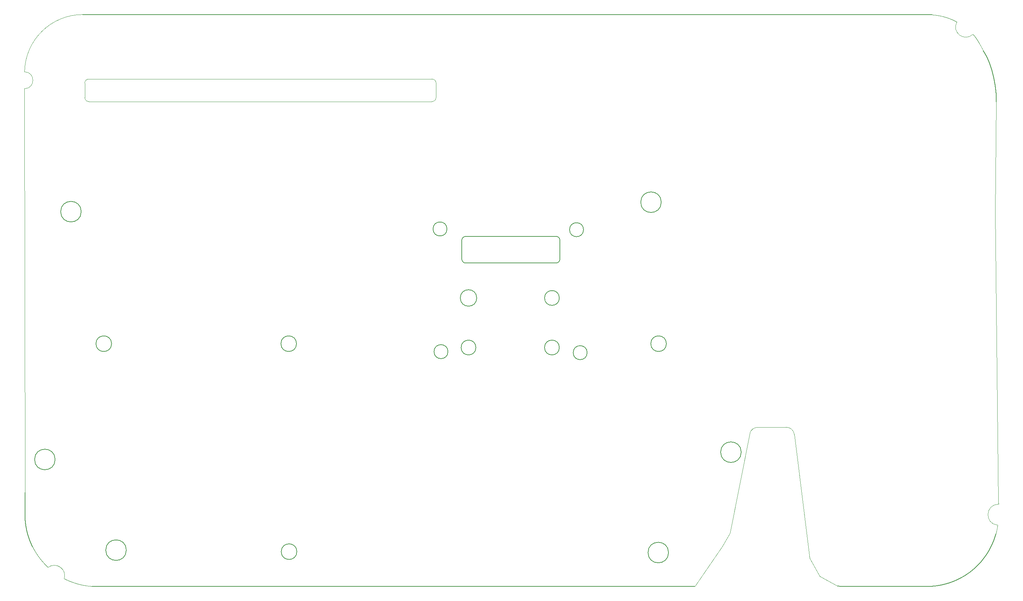
<source format=gbr>
%TF.GenerationSoftware,KiCad,Pcbnew,9.0.2*%
%TF.CreationDate,2025-12-28T14:46:50-05:00*%
%TF.ProjectId,Mothbox_5.0.4,4d6f7468-626f-4785-9f35-2e302e342e6b,5.0.4*%
%TF.SameCoordinates,Original*%
%TF.FileFunction,Profile,NP*%
%FSLAX46Y46*%
G04 Gerber Fmt 4.6, Leading zero omitted, Abs format (unit mm)*
G04 Created by KiCad (PCBNEW 9.0.2) date 2025-12-28 14:46:50*
%MOMM*%
%LPD*%
G01*
G04 APERTURE LIST*
%ADD10C,0.050000*%
%TA.AperFunction,Profile*%
%ADD11C,0.200000*%
%TD*%
%TA.AperFunction,Profile*%
%ADD12C,0.050000*%
%TD*%
%ADD13C,0.200000*%
G04 APERTURE END LIST*
D10*
X-63269181Y-56065672D02*
X-63251269Y-56074500D01*
X-63233354Y-56083307D01*
X-63215441Y-56092091D01*
X-63197526Y-56100853D01*
X-63179613Y-56109593D01*
X-63161697Y-56118311D01*
X-63143783Y-56127006D01*
X-63125867Y-56135680D01*
X-63107953Y-56144331D01*
X-63090037Y-56152960D01*
X-63072122Y-56161567D01*
X-63054205Y-56170153D01*
X-63036290Y-56178715D01*
X-63018372Y-56187257D01*
X-63000456Y-56195776D01*
X-62982538Y-56204273D01*
X-62964622Y-56212748D01*
X-62946703Y-56221201D01*
X-62928786Y-56229632D01*
X-62910866Y-56238042D01*
X-62892948Y-56246428D01*
X-62875028Y-56254794D01*
X-62857110Y-56263137D01*
X-62839189Y-56271459D01*
X-62821269Y-56279758D01*
X-62803348Y-56288037D01*
X-62785428Y-56296292D01*
X-62767505Y-56304527D01*
X-62749584Y-56312739D01*
X-62731661Y-56320930D01*
X-62713739Y-56329098D01*
X-62695815Y-56337245D01*
X-62677893Y-56345370D01*
X-62659968Y-56353474D01*
X-62642044Y-56361555D01*
X-62624118Y-56369616D01*
X-62606194Y-56377653D01*
X-62588267Y-56385670D01*
X-62570341Y-56393665D01*
X-62552413Y-56401638D01*
X-62534487Y-56409589D01*
X-62516558Y-56417520D01*
X-62498630Y-56425428D01*
X-62480700Y-56433315D01*
X-62462771Y-56441179D01*
X-62444840Y-56449023D01*
X-62426910Y-56456844D01*
X-62408978Y-56464645D01*
X-62391047Y-56472423D01*
X-62373114Y-56480181D01*
X-62355181Y-56487916D01*
X-62337247Y-56495631D01*
X-62319313Y-56503323D01*
X-62301378Y-56510994D01*
X-62283443Y-56518644D01*
X-62265506Y-56526272D01*
X-62247570Y-56533879D01*
X-62229631Y-56541464D01*
X-62211694Y-56549028D01*
X-62193754Y-56556571D01*
X-62175815Y-56564091D01*
X-62157874Y-56571591D01*
X-62139934Y-56579069D01*
X-62121991Y-56586526D01*
X-62104050Y-56593962D01*
X-62086105Y-56601376D01*
X-62068162Y-56608769D01*
X-62050217Y-56616140D01*
X-62032272Y-56623490D01*
X-62014325Y-56630820D01*
X-61996379Y-56638127D01*
X-61978430Y-56645414D01*
X-61960482Y-56652678D01*
X-61942532Y-56659923D01*
X-61924583Y-56667145D01*
X-61906631Y-56674347D01*
X-61888680Y-56681526D01*
X-61870726Y-56688686D01*
X-61852773Y-56695823D01*
X-61834818Y-56702940D01*
X-61816864Y-56710035D01*
X-61798907Y-56717110D01*
X-61780950Y-56724163D01*
X-61762992Y-56731195D01*
X-61745033Y-56738206D01*
X-61727073Y-56745196D01*
X-61709113Y-56752164D01*
X-61691150Y-56759112D01*
X-61673188Y-56766038D01*
X-61655224Y-56772944D01*
X-61637260Y-56779828D01*
X-61619294Y-56786692D01*
X-61601328Y-56793534D01*
X-61583360Y-56800355D01*
X-61565392Y-56807155D01*
X-61547422Y-56813935D01*
X-61529452Y-56820693D01*
X-61511480Y-56827430D01*
X-61493508Y-56834146D01*
X-61475534Y-56840842D01*
X-61457560Y-56847516D01*
X-61439583Y-56854170D01*
X-61421607Y-56860802D01*
X-61403629Y-56867414D01*
X-61385650Y-56874004D01*
X-61367669Y-56880575D01*
X-61349689Y-56887123D01*
X-61331706Y-56893652D01*
X-61313723Y-56900159D01*
X-61295738Y-56906645D01*
X-61277752Y-56913110D01*
X-61259765Y-56919555D01*
X-61241777Y-56925979D01*
X-61223787Y-56932382D01*
X-61205798Y-56938764D01*
X-61187805Y-56945126D01*
X-61169813Y-56951466D01*
X-61151818Y-56957786D01*
X-61133823Y-56964085D01*
X-61115826Y-56970364D01*
X-61097829Y-56976621D01*
X-61079829Y-56982858D01*
X-61061830Y-56989074D01*
X-61043827Y-56995270D01*
X-61025825Y-57001444D01*
X-61007820Y-57007599D01*
X-60989815Y-57013732D01*
X-60971808Y-57019844D01*
X-60953800Y-57025936D01*
X-60935790Y-57032008D01*
X-60917780Y-57038058D01*
X-60899767Y-57044088D01*
X-60881754Y-57050098D01*
X-60863739Y-57056087D01*
X-60845723Y-57062055D01*
X-60827705Y-57068002D01*
X-60809686Y-57073929D01*
X-60791665Y-57079836D01*
X-60773643Y-57085721D01*
X-60755620Y-57091587D01*
X-60737595Y-57097431D01*
X-60719568Y-57103255D01*
X-60701541Y-57109059D01*
X-60683512Y-57114842D01*
X-60665481Y-57120604D01*
X-60647449Y-57126346D01*
X-60629415Y-57132068D01*
X-60611380Y-57137769D01*
X-60593343Y-57143449D01*
X-60575305Y-57149109D01*
X-60557265Y-57154748D01*
X-60539224Y-57160368D01*
X-60521181Y-57165966D01*
X-60503136Y-57171544D01*
X-60485090Y-57177102D01*
X-60467042Y-57182639D01*
X-60448994Y-57188156D01*
X-60430942Y-57193652D01*
X-60412890Y-57199128D01*
X-60394836Y-57204584D01*
X-60376780Y-57210019D01*
X-60358722Y-57215434D01*
X-60340664Y-57220828D01*
X-60322603Y-57226202D01*
X-60304540Y-57231556D01*
X-60286476Y-57236889D01*
X-60268410Y-57242202D01*
X-60250343Y-57247495D01*
X-60232274Y-57252767D01*
X-60214202Y-57258019D01*
X-60196130Y-57263251D01*
X-60178055Y-57268462D01*
X-60159979Y-57273653D01*
X-60141901Y-57278824D01*
X-60123821Y-57283974D01*
X-60105739Y-57289104D01*
X-60087656Y-57294214D01*
X-60069571Y-57299304D01*
X-60051484Y-57304373D01*
X-60033395Y-57309422D01*
X-60015304Y-57314451D01*
X-59997211Y-57319460D01*
X-59979117Y-57324448D01*
X-59961020Y-57329416D01*
X-59942922Y-57334364D01*
X-59924822Y-57339292D01*
X-59906720Y-57344199D01*
X-59888616Y-57349086D01*
X-59870510Y-57353953D01*
X-59852402Y-57358800D01*
X-59834292Y-57363627D01*
X-59816181Y-57368434D01*
X-59798067Y-57373220D01*
X-59779951Y-57377986D01*
X-59761834Y-57382732D01*
X-59743714Y-57387458D01*
X-59725592Y-57392164D01*
X-59707468Y-57396850D01*
X-59689343Y-57401515D01*
X-59671215Y-57406161D01*
X-59653085Y-57410786D01*
X-59634953Y-57415391D01*
X-59616819Y-57419976D01*
X-59598683Y-57424541D01*
X-59580545Y-57429086D01*
X-59562404Y-57433611D01*
X-59544262Y-57438115D01*
X-59526117Y-57442600D01*
X-59507971Y-57447064D01*
X-59489822Y-57451509D01*
X-59471671Y-57455933D01*
X-59453517Y-57460338D01*
X-59435362Y-57464722D01*
X-59417204Y-57469086D01*
X-59399045Y-57473430D01*
X-59380883Y-57477754D01*
X-59362719Y-57482059D01*
X-59344552Y-57486343D01*
X-59326383Y-57490607D01*
X-59308213Y-57494851D01*
X-59290039Y-57499075D01*
X-59271864Y-57503279D01*
X-59253686Y-57507463D01*
X-59235506Y-57511627D01*
X-59217324Y-57515771D01*
X-59199139Y-57519896D01*
X-59180952Y-57524000D01*
X-59162763Y-57528084D01*
X-59144571Y-57532148D01*
X-59126377Y-57536192D01*
X-59108180Y-57540217D01*
X-59089981Y-57544221D01*
X-59071780Y-57548205D01*
X-59053577Y-57552170D01*
X-59035370Y-57556114D01*
X-59017162Y-57560039D01*
X-58998951Y-57563943D01*
X-58980738Y-57567828D01*
X-58962522Y-57571693D01*
X-58944303Y-57575538D01*
X-58926083Y-57579363D01*
X-58907859Y-57583168D01*
X-58889633Y-57586953D01*
X-58871405Y-57590718D01*
X-58853174Y-57594463D01*
X-58834941Y-57598189D01*
X-58816705Y-57601894D01*
X-58798467Y-57605580D01*
X-58780225Y-57609246D01*
X-58761982Y-57612892D01*
X-58743736Y-57616518D01*
X-58725487Y-57620124D01*
X-58707235Y-57623710D01*
X-58688981Y-57627276D01*
X-58670724Y-57630823D01*
X-58652465Y-57634350D01*
X-58634203Y-57637856D01*
X-58615939Y-57641343D01*
X-58579401Y-57648258D01*
X-58542853Y-57655093D01*
X-58506294Y-57661848D01*
X-58469724Y-57668525D01*
X-58433142Y-57675122D01*
X-58396550Y-57681640D01*
X-58359946Y-57688078D01*
X-58323331Y-57694438D01*
X-58286705Y-57700718D01*
X-58250067Y-57706919D01*
X-58213417Y-57713041D01*
X-58176756Y-57719083D01*
X-58140083Y-57725047D01*
X-58103398Y-57730931D01*
X-58066701Y-57736736D01*
X-58029992Y-57742463D01*
X-57993271Y-57748110D01*
X-57956538Y-57753678D01*
X-57919792Y-57759167D01*
X-57883034Y-57764577D01*
X-57846263Y-57769908D01*
X-57809480Y-57775160D01*
X-57772684Y-57780333D01*
X-57735875Y-57785427D01*
X-57699054Y-57790442D01*
X-57662219Y-57795378D01*
X-57625372Y-57800236D01*
X-57588511Y-57805014D01*
X-57551637Y-57809713D01*
X-57514749Y-57814333D01*
X-57477849Y-57818875D01*
X-57440934Y-57823337D01*
X-57404006Y-57827721D01*
X-57367065Y-57832025D01*
X-57330109Y-57836251D01*
X-57293140Y-57840398D01*
X-57256156Y-57844465D01*
X-57219159Y-57848454D01*
X-57182147Y-57852364D01*
X-57145122Y-57856195D01*
X-57108081Y-57859947D01*
X-57071027Y-57863620D01*
X-57033958Y-57867215D01*
X-56996874Y-57870730D01*
X-56959775Y-57874166D01*
X-56922662Y-57877523D01*
X-56885533Y-57880802D01*
X-56848390Y-57884001D01*
X-56811232Y-57887121D01*
X-56774058Y-57890163D01*
X-56736869Y-57893125D01*
X-56699665Y-57896008D01*
X-56662445Y-57898813D01*
X-56625210Y-57901538D01*
X-56587959Y-57904184D01*
X-56552537Y-57906626D01*
D11*
X82000000Y35484329D02*
G75*
G02*
X77000000Y35484329I-2500000J0D01*
G01*
X77000000Y35484329D02*
G75*
G02*
X82000000Y35484329I2500000J0D01*
G01*
D10*
X157806404Y76290409D02*
X157814803Y76283826D01*
X157823296Y76277068D01*
X157831883Y76270133D01*
X157840565Y76263018D01*
X157849344Y76255721D01*
X157858220Y76248238D01*
X157867194Y76240568D01*
X157876267Y76232708D01*
X157885441Y76224655D01*
X157894716Y76216407D01*
X157904093Y76207960D01*
X157913573Y76199313D01*
X157923157Y76190463D01*
X157932847Y76181406D01*
X157942643Y76172141D01*
X157952546Y76162664D01*
X157962557Y76152973D01*
X157972677Y76143065D01*
X157982907Y76132937D01*
X157993249Y76122586D01*
X158003703Y76112010D01*
X158014270Y76101206D01*
X158024951Y76090170D01*
X158035747Y76078900D01*
X158046660Y76067393D01*
X158057689Y76055646D01*
X158068837Y76043657D01*
X158080105Y76031422D01*
X158091492Y76018938D01*
X158103001Y76006202D01*
X158114632Y75993212D01*
X158126386Y75979964D01*
X158138265Y75966455D01*
X158150269Y75952683D01*
X158162400Y75938643D01*
X158174658Y75924335D01*
X158187044Y75909753D01*
X158199560Y75894895D01*
X158212206Y75879758D01*
X158224984Y75864340D01*
X158237894Y75848636D01*
X158250938Y75832643D01*
X158264116Y75816359D01*
X158277431Y75799780D01*
X158290881Y75782904D01*
X158304470Y75765727D01*
X158318197Y75748245D01*
X158332063Y75730456D01*
X158346071Y75712356D01*
X158360220Y75693943D01*
X158374512Y75675213D01*
X158388948Y75656162D01*
X158403529Y75636788D01*
X158418256Y75617087D01*
X158433129Y75597057D01*
X158448150Y75576693D01*
X158463321Y75555993D01*
X158478641Y75534953D01*
X158494112Y75513570D01*
X158509735Y75491841D01*
X158525511Y75469762D01*
X158541441Y75447331D01*
X158557525Y75424543D01*
X158573766Y75401396D01*
X158590164Y75377886D01*
X158606719Y75354010D01*
X158623434Y75329765D01*
X158640308Y75305148D01*
X158657343Y75280154D01*
X158674540Y75254782D01*
X158691900Y75229027D01*
X158709424Y75202886D01*
X158727112Y75176356D01*
X158744966Y75149434D01*
X158762987Y75122116D01*
X158781175Y75094399D01*
X158799532Y75066280D01*
X158818059Y75037756D01*
X158836755Y75008823D01*
X158855623Y74979477D01*
X158874663Y74949717D01*
X158893877Y74919537D01*
X158913264Y74888936D01*
X158932827Y74857910D01*
X158952565Y74826456D01*
X158972480Y74794570D01*
X158992572Y74762249D01*
X159012844Y74729490D01*
X159033294Y74696290D01*
X159053925Y74662645D01*
X159074737Y74628553D01*
X159095731Y74594009D01*
X159116908Y74559011D01*
X159138269Y74523556D01*
X159159814Y74487640D01*
X159181545Y74451259D01*
X159203463Y74414412D01*
X159225568Y74377094D01*
X159247861Y74339302D01*
X159270344Y74301032D01*
X159293016Y74262282D01*
X159315881Y74223047D01*
X159338937Y74183325D01*
X159362187Y74143111D01*
X159385631Y74102402D01*
X159409272Y74061193D01*
X159433109Y74019482D01*
X159457145Y73977264D01*
X159481381Y73934534D01*
X159505819Y73891287D01*
X159530460Y73847519D01*
X159555307Y73803225D01*
X159580362Y73758398D01*
X159605627Y73713032D01*
X159631106Y73667120D01*
X159656801Y73620655D01*
X159682718Y73573627D01*
X159708860Y73526027D01*
X159735232Y73477842D01*
X159761842Y73429060D01*
X159788697Y73379664D01*
X159815806Y73329636D01*
X159843180Y73278954D01*
X159870833Y73227590D01*
X159898782Y73175511D01*
X159927049Y73122674D01*
X159955661Y73069027D01*
X159984654Y73014500D01*
X160014073Y72959004D01*
X160043984Y72902417D01*
X160074474Y72844569D01*
X160105671Y72785215D01*
X160137769Y72723982D01*
X160171083Y72660269D01*
X160206176Y72592991D01*
X160244233Y72519876D01*
X160288640Y72434422D01*
X160301927Y72408838D01*
X160334733Y72345682D01*
X160364815Y72287849D01*
D12*
X124868737Y-57831144D02*
X120550000Y-55465671D01*
D11*
X125413400Y-57906741D02*
X147777495Y-57906741D01*
D12*
X163214815Y32937849D02*
X163529459Y59881783D01*
X112380121Y-19221729D02*
G75*
G02*
X114379257Y-21041579I7279J-1999971D01*
G01*
X-67211700Y-53307301D02*
G75*
G02*
X-63269181Y-56065672I1515500J-2030599D01*
G01*
D11*
X-72820174Y-35068721D02*
X-72820174Y-38018721D01*
X-56550845Y-57906741D02*
X-56552537Y-57906626D01*
X163529459Y60962793D02*
X163529459Y59902494D01*
X-51755269Y1078492D02*
G75*
G02*
X-55555269Y1078492I-1900000J0D01*
G01*
X-55555269Y1078492D02*
G75*
G02*
X-51755269Y1078492I1900000J0D01*
G01*
X147779187Y-57906626D02*
X147777495Y-57906741D01*
X17563325Y81114780D02*
X-55484670Y81114780D01*
X147793001Y-57905683D02*
X147779187Y-57906626D01*
X83244731Y1078492D02*
G75*
G02*
X79444731Y1078492I-1900000J0D01*
G01*
X79444731Y1078492D02*
G75*
G02*
X83244731Y1078492I1900000J0D01*
G01*
D12*
X157806404Y76290409D02*
G75*
G02*
X153929225Y79274929I-1706404J1793891D01*
G01*
X105458006Y-19263877D02*
X112380121Y-19221729D01*
D11*
X-6670000Y-49485671D02*
G75*
G02*
X-10470000Y-49485671I-1900000J0D01*
G01*
X-10470000Y-49485671D02*
G75*
G02*
X-6670000Y-49485671I1900000J0D01*
G01*
D12*
X90154800Y-57906741D02*
X96900000Y-48165671D01*
D11*
X-48170000Y-49115671D02*
G75*
G02*
X-53170000Y-49115671I-2500000J0D01*
G01*
X-53170000Y-49115671D02*
G75*
G02*
X-48170000Y-49115671I2500000J0D01*
G01*
X125413400Y-57906741D02*
G75*
G02*
X124868740Y-57831135I0J1999641D01*
G01*
D12*
X120550000Y-55465671D02*
X118100000Y-51115671D01*
D13*
X-72631265Y-43057375D02*
X-72634274Y-43037024D01*
X-72637260Y-43016691D01*
X-72640201Y-42996526D01*
X-72643119Y-42976377D01*
X-72645994Y-42956388D01*
X-72648847Y-42936413D01*
X-72651657Y-42916589D01*
X-72654446Y-42896779D01*
X-72657194Y-42877112D01*
X-72659920Y-42857457D01*
X-72662607Y-42837938D01*
X-72665272Y-42818430D01*
X-72667899Y-42799051D01*
X-72670505Y-42779681D01*
X-72673074Y-42760433D01*
X-72675621Y-42741194D01*
X-72678133Y-42722070D01*
X-72680624Y-42702953D01*
X-72683081Y-42683947D01*
X-72685516Y-42664946D01*
X-72687918Y-42646049D01*
X-72690299Y-42627157D01*
X-72692647Y-42608363D01*
X-72694974Y-42589573D01*
X-72697270Y-42570876D01*
X-72699546Y-42552181D01*
X-72701790Y-42533575D01*
X-72704014Y-42514969D01*
X-72706208Y-42496447D01*
X-72708382Y-42477924D01*
X-72710526Y-42459481D01*
X-72712650Y-42441036D01*
X-72714745Y-42422666D01*
X-72716821Y-42404293D01*
X-72718868Y-42385991D01*
X-72720896Y-42367684D01*
X-72722896Y-42349444D01*
X-72724876Y-42331199D01*
X-72726830Y-42313016D01*
X-72728764Y-42294827D01*
X-72730672Y-42276697D01*
X-72732560Y-42258559D01*
X-72734422Y-42240476D01*
X-72736265Y-42222385D01*
X-72738083Y-42204344D01*
X-72739881Y-42186295D01*
X-72741655Y-42168293D01*
X-72743409Y-42150281D01*
X-72745140Y-42132312D01*
X-72746850Y-42114333D01*
X-72748537Y-42096393D01*
X-72750205Y-42078443D01*
X-72751850Y-42060528D01*
X-72753475Y-42042601D01*
X-72755078Y-42024708D01*
X-72756661Y-42006801D01*
X-72758222Y-41988924D01*
X-72759763Y-41971033D01*
X-72761283Y-41953169D01*
X-72762783Y-41935290D01*
X-72764261Y-41917434D01*
X-72765721Y-41899563D01*
X-72767159Y-41881712D01*
X-72768578Y-41863844D01*
X-72769975Y-41845995D01*
X-72771354Y-41828127D01*
X-72772712Y-41810274D01*
X-72774051Y-41792403D01*
X-72775368Y-41774544D01*
X-72776668Y-41756665D01*
X-72777946Y-41738796D01*
X-72779206Y-41720906D01*
X-72780445Y-41703023D01*
X-72781666Y-41685118D01*
X-72782866Y-41667217D01*
X-72784048Y-41649294D01*
X-72785210Y-41631372D01*
X-72786353Y-41613427D01*
X-72787476Y-41595481D01*
X-72788580Y-41577510D01*
X-72789665Y-41559535D01*
X-72790731Y-41541536D01*
X-72791778Y-41523529D01*
X-72792806Y-41505497D01*
X-72793814Y-41487456D01*
X-72794804Y-41469388D01*
X-72795774Y-41451307D01*
X-72796726Y-41433200D01*
X-72797659Y-41415078D01*
X-72798573Y-41396928D01*
X-72799467Y-41378760D01*
X-72800344Y-41360563D01*
X-72801201Y-41342347D01*
X-72802039Y-41324101D01*
X-72802859Y-41305832D01*
X-72803659Y-41287532D01*
X-72804441Y-41269208D01*
X-72805204Y-41250852D01*
X-72805948Y-41232468D01*
X-72806674Y-41214053D01*
X-72807381Y-41195606D01*
X-72808068Y-41177127D01*
X-72808738Y-41158615D01*
X-72809388Y-41140070D01*
X-72810019Y-41121488D01*
X-72810632Y-41102872D01*
X-72811226Y-41084218D01*
X-72811801Y-41065529D01*
X-72812357Y-41046799D01*
X-72812894Y-41028032D01*
X-72813413Y-41009222D01*
X-72813912Y-40990376D01*
X-72814393Y-40971483D01*
X-72814854Y-40952552D01*
X-72815721Y-40914554D01*
X-72816511Y-40876376D01*
X-72817225Y-40838009D01*
X-72817863Y-40799448D01*
X-72818424Y-40760684D01*
X-72818908Y-40721711D01*
X-72819314Y-40682521D01*
X-72819642Y-40643108D01*
X-72819892Y-40603462D01*
X-72820064Y-40563578D01*
X-72820157Y-40523447D01*
X-72820174Y-40496730D01*
D11*
X-65490000Y-27075671D02*
G75*
G02*
X-70490000Y-27075671I-2500000J0D01*
G01*
X-70490000Y-27075671D02*
G75*
G02*
X-65490000Y-27075671I2500000J0D01*
G01*
X-6755269Y1078492D02*
G75*
G02*
X-10555269Y1078492I-1900000J0D01*
G01*
X-10555269Y1078492D02*
G75*
G02*
X-6755269Y1078492I1900000J0D01*
G01*
D13*
X143233360Y81114780D02*
X143859672Y81114768D01*
X144147626Y81114738D01*
X144419557Y81114680D01*
X144676052Y81114585D01*
X144917694Y81114444D01*
X145145069Y81114246D01*
X145253589Y81114123D01*
X145358762Y81113983D01*
X145460660Y81113824D01*
X145559357Y81113645D01*
X145654925Y81113445D01*
X145747439Y81113223D01*
X145836970Y81112977D01*
X145923593Y81112707D01*
X146007380Y81112411D01*
X146088405Y81112089D01*
X146166740Y81111738D01*
X146242458Y81111358D01*
X146315634Y81110948D01*
X146386339Y81110506D01*
X146454647Y81110032D01*
X146520631Y81109524D01*
X146584364Y81108980D01*
X146645919Y81108401D01*
X146705370Y81107784D01*
X146762789Y81107128D01*
X146818250Y81106433D01*
X146871826Y81105697D01*
X146923589Y81104919D01*
X146973613Y81104098D01*
X147021972Y81103232D01*
X147068737Y81102321D01*
X147113983Y81101363D01*
X147136058Y81100866D01*
X147157782Y81100357D01*
X147179161Y81099836D01*
X147200207Y81099302D01*
X147220928Y81098756D01*
X147241332Y81098197D01*
X147261430Y81097625D01*
X147281230Y81097040D01*
X147300741Y81096442D01*
X147319973Y81095831D01*
X147338935Y81095206D01*
X147357636Y81094568D01*
X147376084Y81093916D01*
X147394290Y81093250D01*
X147412262Y81092571D01*
X147430010Y81091877D01*
X147447542Y81091168D01*
X147464867Y81090446D01*
X147481996Y81089708D01*
X147498936Y81088956D01*
X147515698Y81088189D01*
X147532290Y81087407D01*
X147548721Y81086610D01*
X147565001Y81085797D01*
X147581138Y81084969D01*
X147597143Y81084126D01*
X147613023Y81083266D01*
X147628788Y81082391D01*
X147644448Y81081499D01*
X147660011Y81080592D01*
X147675486Y81079668D01*
X147690883Y81078727D01*
X147706211Y81077770D01*
X147721479Y81076796D01*
X147751870Y81074798D01*
X147782131Y81072730D01*
X147812335Y81070592D01*
X147842554Y81068383D01*
X147872862Y81066102D01*
X147903331Y81063747D01*
D11*
X68014107Y81114851D02*
X101080984Y81114780D01*
D13*
X-72205327Y-45087971D02*
X-72215225Y-45051526D01*
X-72225035Y-45015102D01*
X-72234756Y-44978699D01*
X-72244389Y-44942316D01*
X-72253935Y-44905952D01*
X-72263394Y-44869605D01*
X-72272766Y-44833276D01*
X-72282051Y-44796962D01*
X-72291251Y-44760663D01*
X-72300364Y-44724378D01*
X-72309393Y-44688105D01*
X-72318336Y-44651844D01*
X-72327194Y-44615593D01*
X-72335968Y-44579351D01*
X-72344658Y-44543118D01*
X-72353265Y-44506891D01*
X-72361788Y-44470670D01*
X-72370228Y-44434453D01*
X-72378586Y-44398239D01*
X-72386861Y-44362027D01*
X-72395054Y-44325816D01*
X-72403166Y-44289603D01*
X-72411197Y-44253387D01*
X-72419147Y-44217168D01*
X-72427017Y-44180943D01*
X-72434806Y-44144712D01*
X-72442516Y-44108472D01*
X-72450146Y-44072221D01*
X-72457698Y-44035959D01*
X-72465171Y-43999683D01*
X-72472565Y-43963392D01*
X-72479882Y-43927083D01*
X-72487121Y-43890756D01*
X-72494283Y-43854408D01*
X-72501369Y-43818036D01*
X-72508378Y-43781640D01*
X-72515311Y-43745217D01*
X-72522168Y-43708764D01*
X-72528951Y-43672280D01*
X-72535658Y-43635763D01*
X-72542291Y-43599209D01*
X-72548851Y-43562616D01*
X-72555336Y-43525982D01*
X-72561749Y-43489304D01*
X-72568088Y-43452579D01*
X-72574356Y-43415805D01*
X-72580551Y-43378979D01*
X-72586676Y-43342097D01*
X-72592729Y-43305156D01*
X-72598711Y-43268152D01*
X-72604624Y-43231084D01*
X-72610467Y-43193946D01*
X-72616241Y-43156735D01*
X-72621946Y-43119447D01*
X-72627583Y-43082079D01*
X-72631265Y-43057375D01*
D11*
X101450000Y-25295671D02*
G75*
G02*
X96450000Y-25295671I-2500000J0D01*
G01*
X96450000Y-25295671D02*
G75*
G02*
X101450000Y-25295671I2500000J0D01*
G01*
X68014107Y81114851D02*
X17563325Y81114780D01*
D12*
X98700000Y-44965671D02*
X103557818Y-20644771D01*
D11*
X-56550845Y-57906741D02*
X90154800Y-57906741D01*
D13*
X157316836Y-54265675D02*
X157287651Y-54288347D01*
X157258411Y-54310960D01*
X157229116Y-54333514D01*
X157199767Y-54356010D01*
X157170362Y-54378447D01*
X157140903Y-54400825D01*
X157111390Y-54423144D01*
X157081822Y-54445403D01*
X157052201Y-54467603D01*
X157022525Y-54489744D01*
X156992796Y-54511825D01*
X156963013Y-54533846D01*
X156933177Y-54555807D01*
X156903287Y-54577708D01*
X156873344Y-54599549D01*
X156843348Y-54621329D01*
X156813299Y-54643049D01*
X156783198Y-54664709D01*
X156753044Y-54686307D01*
X156722838Y-54707845D01*
X156692579Y-54729322D01*
X156662269Y-54750737D01*
X156631906Y-54772092D01*
X156601492Y-54793384D01*
X156571026Y-54814616D01*
X156540509Y-54835786D01*
X156509941Y-54856893D01*
X156479322Y-54877939D01*
X156448651Y-54898923D01*
X156417930Y-54919845D01*
X156387158Y-54940704D01*
X156356336Y-54961501D01*
X156325464Y-54982235D01*
X156294542Y-55002907D01*
X156263569Y-55023516D01*
X156232547Y-55044061D01*
X156201476Y-55064544D01*
X156170355Y-55084963D01*
X156139185Y-55105319D01*
X156107965Y-55125612D01*
X156076697Y-55145841D01*
X156045381Y-55166006D01*
X156014015Y-55186107D01*
X155982602Y-55206144D01*
X155951140Y-55226117D01*
X155919630Y-55246025D01*
X155888073Y-55265870D01*
X155856467Y-55285649D01*
X155824815Y-55305364D01*
X155793115Y-55325015D01*
X155761368Y-55344600D01*
X155729574Y-55364120D01*
X155697733Y-55383575D01*
X155665846Y-55402965D01*
X155633913Y-55422289D01*
X155601933Y-55441548D01*
X155569907Y-55460741D01*
X155537836Y-55479869D01*
X155505719Y-55498930D01*
X155473556Y-55517925D01*
X155441349Y-55536854D01*
X155409096Y-55555717D01*
X155376798Y-55574513D01*
X155344456Y-55593243D01*
X155312069Y-55611906D01*
X155279638Y-55630503D01*
X155247163Y-55649032D01*
X155214644Y-55667494D01*
X155182082Y-55685889D01*
X155149475Y-55704217D01*
X155116826Y-55722478D01*
X155084133Y-55740671D01*
X155051398Y-55758796D01*
X155018620Y-55776853D01*
X154985799Y-55794843D01*
X154952936Y-55812764D01*
X154920030Y-55830618D01*
X154887083Y-55848403D01*
X154854094Y-55866120D01*
X154821064Y-55883768D01*
X154787992Y-55901347D01*
X154754879Y-55918858D01*
X154721726Y-55936300D01*
X154688531Y-55953673D01*
X154655296Y-55970977D01*
X154622021Y-55988212D01*
X154588705Y-56005378D01*
X154555350Y-56022474D01*
X154521955Y-56039500D01*
X154488520Y-56056457D01*
X154455047Y-56073344D01*
X154421534Y-56090161D01*
X154387982Y-56106909D01*
X154354391Y-56123586D01*
X154320763Y-56140193D01*
X154287095Y-56156729D01*
X154253390Y-56173195D01*
X154219647Y-56189591D01*
X154185867Y-56205916D01*
X154152049Y-56222170D01*
X154118194Y-56238353D01*
X154084302Y-56254465D01*
X154050373Y-56270506D01*
X154016407Y-56286476D01*
X153982405Y-56302375D01*
X153948368Y-56318202D01*
X153914294Y-56333958D01*
X153880184Y-56349642D01*
X153846040Y-56365254D01*
X153811859Y-56380795D01*
X153777644Y-56396263D01*
X153743394Y-56411660D01*
X153709110Y-56426984D01*
X153674791Y-56442236D01*
X153640437Y-56457416D01*
X153606050Y-56472523D01*
X153571630Y-56487557D01*
X153537175Y-56502519D01*
X153502688Y-56517409D01*
X153468167Y-56532225D01*
X153433613Y-56546968D01*
X153399027Y-56561639D01*
X153364409Y-56576236D01*
X153329758Y-56590760D01*
X153295076Y-56605210D01*
X153260361Y-56619588D01*
X153225615Y-56633891D01*
X153190838Y-56648121D01*
X153156030Y-56662277D01*
X153121191Y-56676360D01*
X153086322Y-56690368D01*
X153051422Y-56704303D01*
X153016492Y-56718163D01*
X152981532Y-56731949D01*
X152946542Y-56745661D01*
X152911523Y-56759299D01*
X152876474Y-56772862D01*
X152841397Y-56786350D01*
X152806291Y-56799764D01*
X152771156Y-56813103D01*
X152735993Y-56826368D01*
X152700802Y-56839557D01*
X152665582Y-56852672D01*
X152630336Y-56865711D01*
X152595062Y-56878675D01*
X152559760Y-56891564D01*
X152542099Y-56897980D01*
X152524432Y-56904378D01*
X152506758Y-56910756D01*
X152489077Y-56917116D01*
X152471390Y-56923457D01*
X152453695Y-56929779D01*
X152435995Y-56936082D01*
X152418288Y-56942366D01*
X152400574Y-56948631D01*
X152382854Y-56954878D01*
X152365127Y-56961105D01*
X152347394Y-56967313D01*
X152329655Y-56973503D01*
X152311909Y-56979673D01*
X152294157Y-56985825D01*
X152276399Y-56991958D01*
X152258634Y-56998071D01*
X152240863Y-57004166D01*
X152223086Y-57010241D01*
X152205303Y-57016298D01*
X152187513Y-57022335D01*
X152169718Y-57028354D01*
X152151916Y-57034353D01*
X152134108Y-57040334D01*
X152116294Y-57046295D01*
X152098474Y-57052237D01*
X152080649Y-57058160D01*
X152062817Y-57064064D01*
X152044979Y-57069949D01*
X152027135Y-57075815D01*
X152009286Y-57081662D01*
X151991431Y-57087489D01*
X151973570Y-57093298D01*
X151955702Y-57099087D01*
X151937830Y-57104857D01*
X151919951Y-57110608D01*
X151902067Y-57116340D01*
X151884178Y-57122052D01*
X151866282Y-57127746D01*
X151848381Y-57133420D01*
X151830475Y-57139075D01*
X151812562Y-57144711D01*
X151794645Y-57150327D01*
X151776722Y-57155924D01*
X151758793Y-57161502D01*
X151740859Y-57167061D01*
X151722920Y-57172601D01*
X151704975Y-57178121D01*
X151687025Y-57183622D01*
X151669069Y-57189103D01*
X151651109Y-57194566D01*
X151633142Y-57200009D01*
X151615171Y-57205432D01*
X151597195Y-57210837D01*
X151579213Y-57216222D01*
X151561226Y-57221588D01*
X151543235Y-57226934D01*
X151525238Y-57232261D01*
X151507236Y-57237569D01*
X151489229Y-57242857D01*
X151471217Y-57248126D01*
X151453200Y-57253376D01*
X151435178Y-57258606D01*
X151417151Y-57263816D01*
X151399120Y-57269008D01*
X151381083Y-57274180D01*
X151363042Y-57279332D01*
X151344995Y-57284465D01*
X151326945Y-57289579D01*
X151308889Y-57294673D01*
X151290829Y-57299748D01*
X151272764Y-57304803D01*
X151254694Y-57309839D01*
X151236620Y-57314855D01*
X151218541Y-57319852D01*
X151200458Y-57324829D01*
X151182370Y-57329787D01*
X151164278Y-57334725D01*
X151146181Y-57339644D01*
X151128079Y-57344543D01*
X151109974Y-57349423D01*
X151091864Y-57354283D01*
X151073750Y-57359124D01*
X151055631Y-57363945D01*
X151037508Y-57368746D01*
X151019380Y-57373528D01*
X151001249Y-57378291D01*
X150983113Y-57383034D01*
X150964974Y-57387757D01*
X150946829Y-57392461D01*
X150928682Y-57397145D01*
X150910529Y-57401809D01*
X150892373Y-57406454D01*
X150874212Y-57411079D01*
X150856049Y-57415685D01*
X150837880Y-57420271D01*
X150819708Y-57424837D01*
X150801532Y-57429384D01*
X150783352Y-57433911D01*
X150765168Y-57438418D01*
X150746981Y-57442906D01*
X150728789Y-57447374D01*
X150710594Y-57451823D01*
X150692395Y-57456251D01*
X150674193Y-57460660D01*
X150655986Y-57465050D01*
X150637776Y-57469419D01*
X150619562Y-57473770D01*
X150601346Y-57478100D01*
X150583125Y-57482410D01*
X150564901Y-57486701D01*
X150546673Y-57490972D01*
X150528442Y-57495224D01*
X150510207Y-57499455D01*
X150491969Y-57503667D01*
X150473727Y-57507859D01*
X150455483Y-57512032D01*
X150437235Y-57516184D01*
X150418984Y-57520317D01*
X150400729Y-57524430D01*
X150382471Y-57528524D01*
X150364210Y-57532597D01*
X150345946Y-57536651D01*
X150327678Y-57540685D01*
X150309408Y-57544699D01*
X150291134Y-57548694D01*
X150272858Y-57552668D01*
X150254577Y-57556623D01*
X150236295Y-57560558D01*
X150218009Y-57564473D01*
X150199721Y-57568368D01*
X150181429Y-57572244D01*
X150163135Y-57576099D01*
X150144837Y-57579935D01*
X150126537Y-57583751D01*
X150108234Y-57587547D01*
X150089929Y-57591323D01*
X150071620Y-57595080D01*
X150053309Y-57598816D01*
X150034995Y-57602533D01*
X150016679Y-57606230D01*
X149998359Y-57609907D01*
X149980038Y-57613564D01*
X149961713Y-57617201D01*
X149943387Y-57620818D01*
X149925057Y-57624416D01*
X149906726Y-57627993D01*
X149888391Y-57631551D01*
X149870055Y-57635088D01*
X149851715Y-57638606D01*
X149833374Y-57642104D01*
X149815030Y-57645582D01*
X149796684Y-57649040D01*
X149778335Y-57652478D01*
X149759985Y-57655896D01*
X149741632Y-57659295D01*
X149723277Y-57662673D01*
X149704919Y-57666031D01*
X149686561Y-57669370D01*
X149668198Y-57672688D01*
X149649836Y-57675987D01*
X149631469Y-57679265D01*
X149613102Y-57682524D01*
X149594732Y-57685762D01*
X149576361Y-57688981D01*
X149557987Y-57692180D01*
X149539612Y-57695359D01*
X149521234Y-57698517D01*
X149502855Y-57701656D01*
X149484474Y-57704775D01*
X149466092Y-57707874D01*
X149447706Y-57710953D01*
X149429321Y-57714011D01*
X149410932Y-57717050D01*
X149392543Y-57720069D01*
X149374151Y-57723068D01*
X149355759Y-57726047D01*
X149337363Y-57729006D01*
X149318968Y-57731945D01*
X149300569Y-57734864D01*
X149282171Y-57737762D01*
X149263770Y-57740641D01*
X149245368Y-57743500D01*
X149226964Y-57746339D01*
X149208560Y-57749157D01*
X149190152Y-57751956D01*
X149171746Y-57754735D01*
X149153336Y-57757494D01*
X149134926Y-57760232D01*
X149116514Y-57762951D01*
X149098102Y-57765649D01*
X149079687Y-57768328D01*
X149061273Y-57770986D01*
X149042856Y-57773625D01*
X149024439Y-57776243D01*
X149006020Y-57778842D01*
X148987601Y-57781420D01*
X148969179Y-57783978D01*
X148950759Y-57786516D01*
X148932335Y-57789034D01*
X148913912Y-57791532D01*
X148895487Y-57794011D01*
X148877062Y-57796468D01*
X148858635Y-57798906D01*
X148840209Y-57801324D01*
X148821780Y-57803722D01*
X148803352Y-57806099D01*
X148784922Y-57808457D01*
X148766493Y-57810795D01*
X148748061Y-57813112D01*
X148729630Y-57815409D01*
X148711197Y-57817687D01*
X148692765Y-57819944D01*
X148674331Y-57822181D01*
X148655898Y-57824398D01*
X148637462Y-57826595D01*
X148619028Y-57828772D01*
X148600591Y-57830929D01*
X148582156Y-57833066D01*
X148563719Y-57835182D01*
X148545283Y-57837279D01*
X148526845Y-57839355D01*
X148508408Y-57841412D01*
X148489969Y-57843448D01*
X148471532Y-57845464D01*
X148453093Y-57847460D01*
X148434655Y-57849436D01*
X148416215Y-57851392D01*
X148397777Y-57853328D01*
X148379337Y-57855244D01*
X148360898Y-57857139D01*
X148342458Y-57859015D01*
X148324019Y-57860870D01*
X148305579Y-57862706D01*
X148287140Y-57864521D01*
X148268699Y-57866316D01*
X148250261Y-57868091D01*
X148231820Y-57869846D01*
X148213382Y-57871581D01*
X148194941Y-57873295D01*
X148176503Y-57874990D01*
X148158063Y-57876665D01*
X148139625Y-57878319D01*
X148121185Y-57879953D01*
X148102748Y-57881567D01*
X148084309Y-57883162D01*
X148065872Y-57884735D01*
X148047433Y-57886289D01*
X148028997Y-57887823D01*
X148010559Y-57889337D01*
X147992124Y-57890830D01*
X147973687Y-57892304D01*
X147955253Y-57893757D01*
X147936816Y-57895191D01*
X147918383Y-57896604D01*
X147899948Y-57897997D01*
X147881515Y-57899370D01*
X147863081Y-57900723D01*
X147844650Y-57902055D01*
X147826217Y-57903368D01*
X147793001Y-57905683D01*
D10*
X163831466Y-43034429D02*
X163828412Y-43057059D01*
X163825354Y-43079564D01*
X163822300Y-43101899D01*
X163819241Y-43124112D01*
X163816186Y-43146161D01*
X163813127Y-43168089D01*
X163810070Y-43189857D01*
X163807009Y-43211507D01*
X163803951Y-43233001D01*
X163800888Y-43254380D01*
X163797827Y-43275608D01*
X163794762Y-43296722D01*
X163791699Y-43317691D01*
X163788631Y-43338547D01*
X163785564Y-43359262D01*
X163782493Y-43379867D01*
X163779423Y-43400335D01*
X163776348Y-43420695D01*
X163773273Y-43440923D01*
X163770194Y-43461044D01*
X163767115Y-43481038D01*
X163764031Y-43500927D01*
X163760946Y-43520693D01*
X163757857Y-43540356D01*
X163754767Y-43559900D01*
X163751672Y-43579344D01*
X163748576Y-43598672D01*
X163745475Y-43617902D01*
X163742371Y-43637021D01*
X163739263Y-43656043D01*
X163736153Y-43674959D01*
X163733037Y-43693779D01*
X163729919Y-43712497D01*
X163726795Y-43731122D01*
X163723668Y-43749649D01*
X163720537Y-43768084D01*
X163717401Y-43786425D01*
X163714260Y-43804676D01*
X163711114Y-43822836D01*
X163707963Y-43840909D01*
X163704807Y-43858896D01*
X163701646Y-43876797D01*
X163698480Y-43894615D01*
X163695307Y-43912349D01*
X163692129Y-43930005D01*
X163688945Y-43947578D01*
X163685755Y-43965078D01*
X163682559Y-43982496D01*
X163679355Y-43999844D01*
X163676146Y-44017112D01*
X163672929Y-44034316D01*
X163669706Y-44051440D01*
X163666474Y-44068504D01*
X163663237Y-44085491D01*
X163659990Y-44102421D01*
X163656737Y-44119276D01*
X163653474Y-44136078D01*
X163650205Y-44152806D01*
X163646926Y-44169486D01*
X163643640Y-44186094D01*
X163640342Y-44202658D01*
X163637039Y-44219151D01*
X163630400Y-44251988D01*
X163623722Y-44284618D01*
X163617003Y-44317053D01*
X163610241Y-44349305D01*
X163603433Y-44381386D01*
X163596577Y-44413309D01*
X163589671Y-44445086D01*
X163582712Y-44476731D01*
X163575698Y-44508258D01*
X163568626Y-44539679D01*
X163561493Y-44571010D01*
X163554295Y-44602264D01*
X163547030Y-44633457D01*
X163539694Y-44664603D01*
X163532283Y-44695721D01*
X163524794Y-44726825D01*
X163517222Y-44757935D01*
X163509562Y-44789068D01*
X163501809Y-44820243D01*
X163493959Y-44851482D01*
X163486006Y-44882806D01*
X163477943Y-44914239D01*
X163469764Y-44945804D01*
X163461462Y-44977529D01*
X163453028Y-45009442D01*
X163444454Y-45041573D01*
X163435731Y-45073957D01*
X163426848Y-45106630D01*
X163417793Y-45139632D01*
X163408553Y-45173008D01*
X163405059Y-45185554D01*
D11*
X-55484670Y81114780D02*
X-58729215Y81114780D01*
D12*
X96900000Y-48165671D02*
X98700000Y-44965671D01*
X163831466Y-43034429D02*
G75*
G02*
X164050576Y-37949846I215434J2537729D01*
G01*
D13*
X163405059Y-45185554D02*
X163395139Y-45220965D01*
X163385139Y-45256364D01*
X163375060Y-45291752D01*
X163364901Y-45327128D01*
X163354661Y-45362492D01*
X163344343Y-45397844D01*
X163333944Y-45433183D01*
X163323466Y-45468510D01*
X163312908Y-45503824D01*
X163302271Y-45539124D01*
X163291554Y-45574412D01*
X163280757Y-45609686D01*
X163269882Y-45644946D01*
X163258926Y-45680192D01*
X163247892Y-45715424D01*
X163236778Y-45750642D01*
X163225585Y-45785845D01*
X163214312Y-45821033D01*
X163202960Y-45856207D01*
X163191530Y-45891365D01*
X163180020Y-45926507D01*
X163168431Y-45961635D01*
X163156763Y-45996746D01*
X163145016Y-46031841D01*
X163133190Y-46066920D01*
X163121286Y-46101982D01*
X163109302Y-46137028D01*
X163097240Y-46172057D01*
X163085099Y-46207068D01*
X163072880Y-46242062D01*
X163060581Y-46277039D01*
X163048205Y-46311997D01*
X163035750Y-46346938D01*
X163023216Y-46381861D01*
X163010605Y-46416764D01*
X162997914Y-46451650D01*
X162985146Y-46486516D01*
X162972300Y-46521363D01*
X162959375Y-46556191D01*
X162946372Y-46590999D01*
X162933292Y-46625788D01*
X162920133Y-46660556D01*
X162906896Y-46695304D01*
X162893582Y-46730032D01*
X162880190Y-46764738D01*
X162866721Y-46799424D01*
X162853173Y-46834089D01*
X162839549Y-46868733D01*
X162825846Y-46903354D01*
X162812067Y-46937954D01*
X162798210Y-46972532D01*
X162784276Y-47007088D01*
X162770264Y-47041621D01*
X162756176Y-47076131D01*
X162742010Y-47110619D01*
X162727768Y-47145083D01*
X162713449Y-47179524D01*
X162699053Y-47213941D01*
X162684580Y-47248334D01*
X162670030Y-47282703D01*
X162655404Y-47317048D01*
X162640702Y-47351369D01*
X162625923Y-47385664D01*
X162611068Y-47419935D01*
X162596136Y-47454180D01*
X162581128Y-47488400D01*
X162566045Y-47522594D01*
X162550885Y-47556762D01*
X162535649Y-47590904D01*
X162520338Y-47625019D01*
X162504951Y-47659108D01*
X162489488Y-47693170D01*
X162473950Y-47727205D01*
X162458336Y-47761213D01*
X162442646Y-47795193D01*
X162426882Y-47829146D01*
X162411042Y-47863070D01*
X162395127Y-47896966D01*
X162379138Y-47930834D01*
X162363073Y-47964673D01*
X162346933Y-47998483D01*
X162330719Y-48032264D01*
X162314430Y-48066016D01*
X162298067Y-48099738D01*
X162281629Y-48133430D01*
X162265117Y-48167092D01*
X162248530Y-48200723D01*
X162231870Y-48234325D01*
X162215135Y-48267895D01*
X162198327Y-48301434D01*
X162181444Y-48334943D01*
X162164488Y-48368419D01*
X162147459Y-48401864D01*
X162130355Y-48435277D01*
X162113179Y-48468658D01*
X162095929Y-48502007D01*
X162078606Y-48535323D01*
X162061210Y-48568606D01*
X162043740Y-48601856D01*
X162026198Y-48635073D01*
X162008584Y-48668256D01*
X161990896Y-48701405D01*
X161973136Y-48734520D01*
X161955304Y-48767602D01*
X161937399Y-48800648D01*
X161919422Y-48833660D01*
X161901374Y-48866637D01*
X161883253Y-48899579D01*
X161865060Y-48932486D01*
X161846795Y-48965357D01*
X161828459Y-48998192D01*
X161810052Y-49030991D01*
X161791573Y-49063754D01*
X161773023Y-49096480D01*
X161754402Y-49129169D01*
X161735709Y-49161822D01*
X161716946Y-49194437D01*
X161698112Y-49227015D01*
X161679208Y-49259555D01*
X161660233Y-49292057D01*
X161641187Y-49324521D01*
X161622072Y-49356947D01*
X161602886Y-49389334D01*
X161583630Y-49421683D01*
X161564305Y-49453992D01*
X161544909Y-49486262D01*
X161525444Y-49518493D01*
X161505910Y-49550684D01*
X161486306Y-49582835D01*
X161466633Y-49614946D01*
X161446891Y-49647016D01*
X161427080Y-49679046D01*
X161407200Y-49711035D01*
X161387252Y-49742983D01*
X161367235Y-49774890D01*
X161347149Y-49806755D01*
X161326996Y-49838578D01*
X161306774Y-49870360D01*
X161286484Y-49902099D01*
X161266126Y-49933796D01*
X161245701Y-49965450D01*
X161225208Y-49997062D01*
X161204648Y-50028630D01*
X161184020Y-50060156D01*
X161163325Y-50091637D01*
X161142563Y-50123075D01*
X161132157Y-50138778D01*
X161121735Y-50154469D01*
X161111295Y-50170150D01*
X161100839Y-50185819D01*
X161090367Y-50201477D01*
X161079877Y-50217125D01*
X161069371Y-50232761D01*
X161058849Y-50248386D01*
X161048310Y-50263999D01*
X161037754Y-50279602D01*
X161027182Y-50295193D01*
X161016593Y-50310773D01*
X161005988Y-50326341D01*
X160995367Y-50341899D01*
X160984729Y-50357444D01*
X160974074Y-50372979D01*
X160963403Y-50388502D01*
X160952716Y-50404014D01*
X160942012Y-50419514D01*
X160931292Y-50435003D01*
X160920556Y-50450480D01*
X160909803Y-50465945D01*
X160899034Y-50481399D01*
X160888248Y-50496842D01*
X160877447Y-50512272D01*
X160866629Y-50527692D01*
X160855795Y-50543099D01*
X160844944Y-50558495D01*
X160834078Y-50573879D01*
X160823195Y-50589251D01*
X160812296Y-50604611D01*
X160801381Y-50619960D01*
X160790450Y-50635297D01*
X160779503Y-50650622D01*
X160768540Y-50665935D01*
X160757560Y-50681236D01*
X160746565Y-50696525D01*
X160735553Y-50711802D01*
X160724526Y-50727067D01*
X160713483Y-50742320D01*
X160702423Y-50757561D01*
X160691348Y-50772790D01*
X160680257Y-50788007D01*
X160669149Y-50803212D01*
X160658027Y-50818404D01*
X160646888Y-50833585D01*
X160635733Y-50848753D01*
X160624562Y-50863909D01*
X160613376Y-50879052D01*
X160602174Y-50894184D01*
X160590956Y-50909303D01*
X160579722Y-50924410D01*
X160568473Y-50939504D01*
X160557207Y-50954586D01*
X160545927Y-50969655D01*
X160534630Y-50984713D01*
X160523318Y-50999757D01*
X160511990Y-51014790D01*
X160500647Y-51029809D01*
X160489288Y-51044816D01*
X160477914Y-51059810D01*
X160466523Y-51074793D01*
X160455118Y-51089762D01*
X160443697Y-51104718D01*
X160432260Y-51119662D01*
X160420808Y-51134594D01*
X160409341Y-51149512D01*
X160397858Y-51164418D01*
X160386359Y-51179311D01*
X160374845Y-51194191D01*
X160363317Y-51209058D01*
X160351772Y-51223913D01*
X160340212Y-51238754D01*
X160328637Y-51253584D01*
X160317047Y-51268399D01*
X160305441Y-51283202D01*
X160293820Y-51297992D01*
X160282184Y-51312769D01*
X160270533Y-51327533D01*
X160258866Y-51342284D01*
X160247185Y-51357021D01*
X160235488Y-51371746D01*
X160223776Y-51386457D01*
X160212049Y-51401156D01*
X160200307Y-51415841D01*
X160188550Y-51430513D01*
X160176778Y-51445172D01*
X160164991Y-51459818D01*
X160153189Y-51474450D01*
X160141371Y-51489069D01*
X160129539Y-51503674D01*
X160117692Y-51518267D01*
X160105830Y-51532845D01*
X160093953Y-51547411D01*
X160082062Y-51561963D01*
X160070155Y-51576502D01*
X160058234Y-51591027D01*
X160046298Y-51605539D01*
X160034347Y-51620037D01*
X160022381Y-51634522D01*
X160010401Y-51648993D01*
X159998405Y-51663451D01*
X159986396Y-51677894D01*
X159974371Y-51692325D01*
X159962332Y-51706741D01*
X159950278Y-51721145D01*
X159938210Y-51735534D01*
X159926126Y-51749910D01*
X159914029Y-51764271D01*
X159901916Y-51778619D01*
X159889790Y-51792953D01*
X159877648Y-51807274D01*
X159865493Y-51821580D01*
X159853322Y-51835873D01*
X159841138Y-51850152D01*
X159828939Y-51864417D01*
X159816726Y-51878668D01*
X159804497Y-51892905D01*
X159792256Y-51907128D01*
X159779999Y-51921337D01*
X159767728Y-51935532D01*
X159755443Y-51949713D01*
X159743144Y-51963879D01*
X159730830Y-51978033D01*
X159718502Y-51992171D01*
X159706160Y-52006296D01*
X159693804Y-52020406D01*
X159681433Y-52034502D01*
X159669049Y-52048584D01*
X159656650Y-52062652D01*
X159644238Y-52076705D01*
X159631810Y-52090745D01*
X159619370Y-52104769D01*
X159606914Y-52118780D01*
X159594446Y-52132776D01*
X159581962Y-52146758D01*
X159569466Y-52160725D01*
X159556955Y-52174679D01*
X159544430Y-52188617D01*
X159531891Y-52202541D01*
X159519339Y-52216451D01*
X159506772Y-52230346D01*
X159494192Y-52244226D01*
X159481598Y-52258093D01*
X159468990Y-52271944D01*
X159456368Y-52285781D01*
X159443733Y-52299603D01*
X159431084Y-52313412D01*
X159418422Y-52327204D01*
X159405745Y-52340983D01*
X159393055Y-52354746D01*
X159380351Y-52368496D01*
X159367634Y-52382229D01*
X159354902Y-52395949D01*
X159342158Y-52409653D01*
X159329400Y-52423344D01*
X159316628Y-52437018D01*
X159303843Y-52450679D01*
X159291045Y-52464324D01*
X159278232Y-52477955D01*
X159265407Y-52491570D01*
X159252568Y-52505171D01*
X159239716Y-52518756D01*
X159226850Y-52532327D01*
X159213971Y-52545882D01*
X159201078Y-52559424D01*
X159188173Y-52572949D01*
X159175253Y-52586460D01*
X159162322Y-52599955D01*
X159149376Y-52613436D01*
X159136418Y-52626901D01*
X159123445Y-52640351D01*
X159110461Y-52653786D01*
X159097462Y-52667206D01*
X159084451Y-52680610D01*
X159071426Y-52694000D01*
X159058389Y-52707374D01*
X159045338Y-52720733D01*
X159032275Y-52734076D01*
X159019198Y-52747405D01*
X159006109Y-52760718D01*
X158993006Y-52774016D01*
X158979891Y-52787298D01*
X158966762Y-52800565D01*
X158953621Y-52813816D01*
X158940466Y-52827053D01*
X158927300Y-52840273D01*
X158914119Y-52853479D01*
X158900927Y-52866668D01*
X158887721Y-52879843D01*
X158874503Y-52893001D01*
X158861272Y-52906145D01*
X158848029Y-52919271D01*
X158834771Y-52932384D01*
X158821503Y-52945480D01*
X158808221Y-52958561D01*
X158794927Y-52971626D01*
X158781619Y-52984676D01*
X158768300Y-52997709D01*
X158754967Y-53010728D01*
X158741623Y-53023730D01*
X158728265Y-53036717D01*
X158714896Y-53049688D01*
X158701513Y-53062644D01*
X158688119Y-53075582D01*
X158674712Y-53088507D01*
X158661293Y-53101414D01*
X158647860Y-53114306D01*
X158634417Y-53127182D01*
X158620959Y-53140043D01*
X158607491Y-53152886D01*
X158594009Y-53165716D01*
X158580517Y-53178527D01*
X158567010Y-53191325D01*
X158553493Y-53204104D01*
X158539962Y-53216870D01*
X158526420Y-53229617D01*
X158512865Y-53242351D01*
X158499299Y-53255066D01*
X158485720Y-53267768D01*
X158472130Y-53280451D01*
X158458526Y-53293120D01*
X158444912Y-53305772D01*
X158431284Y-53318408D01*
X158417646Y-53331027D01*
X158403994Y-53343632D01*
X158390332Y-53356219D01*
X158376656Y-53368791D01*
X158362970Y-53381345D01*
X158349271Y-53393885D01*
X158335561Y-53406406D01*
X158321838Y-53418913D01*
X158308104Y-53431403D01*
X158294358Y-53443877D01*
X158280601Y-53456334D01*
X158266830Y-53468776D01*
X158253050Y-53481199D01*
X158239256Y-53493608D01*
X158225452Y-53506000D01*
X158211635Y-53518376D01*
X158197808Y-53530734D01*
X158183968Y-53543078D01*
X158170117Y-53555403D01*
X158156254Y-53567713D01*
X158142380Y-53580006D01*
X158128493Y-53592283D01*
X158114597Y-53604543D01*
X158100687Y-53616787D01*
X158086768Y-53629013D01*
X158072835Y-53641224D01*
X158058893Y-53653418D01*
X158044938Y-53665596D01*
X158030973Y-53677755D01*
X158016994Y-53689900D01*
X158003007Y-53702027D01*
X157989006Y-53714138D01*
X157974996Y-53726231D01*
X157960972Y-53738309D01*
X157946940Y-53750369D01*
X157932894Y-53762414D01*
X157918839Y-53774440D01*
X157904771Y-53786451D01*
X157890693Y-53798444D01*
X157876603Y-53810421D01*
X157862503Y-53822380D01*
X157848390Y-53834324D01*
X157834269Y-53846249D01*
X157820134Y-53858160D01*
X157805990Y-53870051D01*
X157791833Y-53881928D01*
X157777667Y-53893785D01*
X157763489Y-53905628D01*
X157749301Y-53917452D01*
X157735100Y-53929261D01*
X157720891Y-53941051D01*
X157706669Y-53952825D01*
X157692438Y-53964581D01*
X157678194Y-53976322D01*
X157663941Y-53988044D01*
X157649676Y-53999751D01*
X157635401Y-54011438D01*
X157621114Y-54023111D01*
X157606819Y-54034765D01*
X157592510Y-54046403D01*
X157578193Y-54058022D01*
X157563864Y-54069627D01*
X157549526Y-54081212D01*
X157535175Y-54092781D01*
X157520815Y-54104332D01*
X157506443Y-54115868D01*
X157492063Y-54127384D01*
X157477670Y-54138885D01*
X157463268Y-54150367D01*
X157448854Y-54161834D01*
X157434432Y-54173281D01*
X157419997Y-54184713D01*
X157405554Y-54196126D01*
X157391099Y-54207523D01*
X157376635Y-54218902D01*
X157362159Y-54230265D01*
X157347674Y-54241608D01*
X157333177Y-54252936D01*
X157316836Y-54265675D01*
D12*
X164046824Y-37401429D02*
X164050576Y-37949849D01*
D11*
X-72820174Y-40496730D02*
X-72820174Y-38541877D01*
D12*
X-72820174Y-35068721D02*
X-72950000Y63084331D01*
X164046824Y-37401429D02*
X163214815Y32937849D01*
D11*
X101080984Y81114780D02*
X101131556Y81114780D01*
D10*
X-67211700Y-53307302D02*
X-67226628Y-53293194D01*
X-67241534Y-53279081D01*
X-67256411Y-53264967D01*
X-67271264Y-53250848D01*
X-67286090Y-53236728D01*
X-67300892Y-53222602D01*
X-67315666Y-53208475D01*
X-67330417Y-53194343D01*
X-67345139Y-53180211D01*
X-67359839Y-53166072D01*
X-67374511Y-53151933D01*
X-67389160Y-53137788D01*
X-67403781Y-53123642D01*
X-67418379Y-53109490D01*
X-67432950Y-53095337D01*
X-67447498Y-53081179D01*
X-67462018Y-53067020D01*
X-67476515Y-53052855D01*
X-67490985Y-53038688D01*
X-67505432Y-53024516D01*
X-67519852Y-53010343D01*
X-67534249Y-52996164D01*
X-67548619Y-52981984D01*
X-67562966Y-52967798D01*
X-67577287Y-52953611D01*
X-67591584Y-52939417D01*
X-67605855Y-52925223D01*
X-67620103Y-52911022D01*
X-67634325Y-52896820D01*
X-67648524Y-52882613D01*
X-67662696Y-52868403D01*
X-67676846Y-52854188D01*
X-67690969Y-52839971D01*
X-67705070Y-52825749D01*
X-67719144Y-52811524D01*
X-67733196Y-52797294D01*
X-67747222Y-52783062D01*
X-67761226Y-52768824D01*
X-67775203Y-52754584D01*
X-67789158Y-52740338D01*
X-67803087Y-52726091D01*
X-67816994Y-52711837D01*
X-67830875Y-52697581D01*
X-67844734Y-52683320D01*
X-67858566Y-52669056D01*
X-67872377Y-52654786D01*
X-67886162Y-52640515D01*
X-67899925Y-52626237D01*
X-67913663Y-52611957D01*
X-67927378Y-52597670D01*
X-67941068Y-52583382D01*
X-67954737Y-52569088D01*
X-67968379Y-52554791D01*
X-67982000Y-52540488D01*
X-67995596Y-52526182D01*
X-68009169Y-52511871D01*
X-68022718Y-52497557D01*
X-68036245Y-52483237D01*
X-68049747Y-52468914D01*
X-68063227Y-52454586D01*
X-68076682Y-52440254D01*
X-68090116Y-52425916D01*
X-68103524Y-52411576D01*
X-68116911Y-52397229D01*
X-68130274Y-52382880D01*
X-68143614Y-52368525D01*
X-68156931Y-52354166D01*
X-68170225Y-52339801D01*
X-68183495Y-52325434D01*
X-68196744Y-52311060D01*
X-68209968Y-52296683D01*
X-68223171Y-52282300D01*
X-68236350Y-52267913D01*
X-68249507Y-52253521D01*
X-68262640Y-52239125D01*
X-68275752Y-52224723D01*
X-68288840Y-52210317D01*
X-68301906Y-52195906D01*
X-68314949Y-52181490D01*
X-68327970Y-52167069D01*
X-68340968Y-52152644D01*
X-68353944Y-52138213D01*
X-68366896Y-52123778D01*
X-68379828Y-52109337D01*
X-68392735Y-52094892D01*
X-68405622Y-52080441D01*
X-68418485Y-52065987D01*
X-68431327Y-52051525D01*
X-68444146Y-52037060D01*
X-68456944Y-52022589D01*
X-68469718Y-52008114D01*
X-68482471Y-51993632D01*
X-68495202Y-51979146D01*
X-68507911Y-51964654D01*
X-68520597Y-51950158D01*
X-68533262Y-51935656D01*
X-68545905Y-51921149D01*
X-68558526Y-51906636D01*
X-68571125Y-51892118D01*
X-68583702Y-51877594D01*
X-68596258Y-51863066D01*
X-68608792Y-51848531D01*
X-68621303Y-51833992D01*
X-68633794Y-51819447D01*
X-68646263Y-51804897D01*
X-68658710Y-51790340D01*
X-68671135Y-51775779D01*
X-68683540Y-51761211D01*
X-68695922Y-51746639D01*
X-68708283Y-51732060D01*
X-68720623Y-51717476D01*
X-68732941Y-51702886D01*
X-68745238Y-51688290D01*
X-68757514Y-51673689D01*
X-68769768Y-51659082D01*
X-68782002Y-51644469D01*
X-68794213Y-51629851D01*
X-68806404Y-51615226D01*
X-68818574Y-51600596D01*
X-68830722Y-51585959D01*
X-68842850Y-51571317D01*
X-68854956Y-51556669D01*
X-68867041Y-51542015D01*
X-68879106Y-51527355D01*
X-68891149Y-51512689D01*
X-68903172Y-51498016D01*
X-68915174Y-51483338D01*
X-68927155Y-51468653D01*
X-68939115Y-51453963D01*
X-68951054Y-51439266D01*
X-68962972Y-51424563D01*
X-68974870Y-51409854D01*
X-68986748Y-51395139D01*
X-68998604Y-51380417D01*
X-69010440Y-51365689D01*
X-69022256Y-51350955D01*
X-69034051Y-51336214D01*
X-69045825Y-51321467D01*
X-69057579Y-51306714D01*
X-69069312Y-51291954D01*
X-69081025Y-51277188D01*
X-69092718Y-51262415D01*
X-69104390Y-51247635D01*
X-69116043Y-51232849D01*
X-69127674Y-51218057D01*
X-69139286Y-51203258D01*
X-69150877Y-51188452D01*
X-69162448Y-51173640D01*
X-69173999Y-51158821D01*
X-69185530Y-51143995D01*
X-69197041Y-51129162D01*
X-69208532Y-51114323D01*
X-69220003Y-51099477D01*
X-69231453Y-51084624D01*
X-69242884Y-51069764D01*
X-69254295Y-51054897D01*
X-69265686Y-51040023D01*
X-69277057Y-51025143D01*
X-69288409Y-51010255D01*
X-69299740Y-50995361D01*
X-69311052Y-50980459D01*
X-69322344Y-50965550D01*
X-69333616Y-50950634D01*
X-69344868Y-50935712D01*
X-69356101Y-50920781D01*
X-69367315Y-50905844D01*
X-69378508Y-50890900D01*
X-69389682Y-50875948D01*
X-69400837Y-50860989D01*
X-69411972Y-50846023D01*
X-69423088Y-50831049D01*
X-69434184Y-50816068D01*
X-69445261Y-50801080D01*
X-69456318Y-50786084D01*
X-69467357Y-50771081D01*
X-69478375Y-50756070D01*
X-69489375Y-50741052D01*
X-69500355Y-50726026D01*
X-69511316Y-50710993D01*
X-69522257Y-50695952D01*
X-69533180Y-50680903D01*
X-69544083Y-50665848D01*
X-69554968Y-50650783D01*
X-69565833Y-50635712D01*
X-69576679Y-50620632D01*
X-69587506Y-50605546D01*
X-69598314Y-50590450D01*
X-69609103Y-50575348D01*
X-69619874Y-50560237D01*
X-69630625Y-50545119D01*
X-69641357Y-50529992D01*
X-69652071Y-50514858D01*
X-69662765Y-50499715D01*
X-69673441Y-50484565D01*
X-69684098Y-50469406D01*
X-69694736Y-50454240D01*
X-69705356Y-50439065D01*
X-69715957Y-50423882D01*
X-69726539Y-50408691D01*
X-69737103Y-50393492D01*
X-69758174Y-50363068D01*
X-69779171Y-50332612D01*
X-69800094Y-50302122D01*
X-69820943Y-50271598D01*
X-69841719Y-50241040D01*
X-69862421Y-50210448D01*
X-69883050Y-50179821D01*
X-69903606Y-50149160D01*
X-69924089Y-50118463D01*
X-69944499Y-50087732D01*
X-69964837Y-50056964D01*
X-69985104Y-50026161D01*
X-70005298Y-49995322D01*
X-70025420Y-49964446D01*
X-70045471Y-49933533D01*
X-70065450Y-49902584D01*
X-70085358Y-49871598D01*
X-70105195Y-49840574D01*
X-70124962Y-49809512D01*
X-70144658Y-49778412D01*
X-70164283Y-49747274D01*
X-70183838Y-49716098D01*
X-70203323Y-49684882D01*
X-70222739Y-49653627D01*
X-70242084Y-49622333D01*
X-70261360Y-49591000D01*
X-70280567Y-49559626D01*
X-70299705Y-49528212D01*
X-70318774Y-49496757D01*
X-70337774Y-49465262D01*
X-70356706Y-49433725D01*
X-70375569Y-49402147D01*
X-70394364Y-49370527D01*
X-70413090Y-49338866D01*
X-70431749Y-49307161D01*
X-70450341Y-49275415D01*
X-70468864Y-49243625D01*
X-70487321Y-49211792D01*
X-70505710Y-49179915D01*
X-70524032Y-49147995D01*
X-70542287Y-49116030D01*
X-70560476Y-49084021D01*
X-70578598Y-49051968D01*
X-70596654Y-49019869D01*
X-70614643Y-48987724D01*
X-70632566Y-48955534D01*
X-70650424Y-48923298D01*
X-70668216Y-48891016D01*
X-70685942Y-48858687D01*
X-70703602Y-48826311D01*
X-70721198Y-48793887D01*
X-70738728Y-48761416D01*
X-70756193Y-48728897D01*
X-70773594Y-48696330D01*
X-70790929Y-48663714D01*
X-70808201Y-48631049D01*
X-70825408Y-48598335D01*
X-70842550Y-48565571D01*
X-70859629Y-48532757D01*
X-70876643Y-48499893D01*
X-70893594Y-48466978D01*
X-70910481Y-48434012D01*
X-70927304Y-48400995D01*
X-70944064Y-48367926D01*
X-70960761Y-48334805D01*
X-70970253Y-48315896D01*
D11*
X-72820174Y-38541877D02*
X-72820174Y-38018721D01*
D12*
X-72929214Y67184223D02*
G75*
G02*
X-72950000Y63084332I-20786J-2049893D01*
G01*
D11*
X163529459Y59902494D02*
X163529459Y59881783D01*
D13*
X160364815Y72287849D02*
X160381240Y72263444D01*
X160397646Y72238925D01*
X160414032Y72214290D01*
X160430400Y72189540D01*
X160446748Y72164674D01*
X160463077Y72139693D01*
X160479387Y72114594D01*
X160495676Y72089379D01*
X160511947Y72064048D01*
X160528197Y72038598D01*
X160544428Y72013032D01*
X160560639Y71987348D01*
X160576830Y71961545D01*
X160593000Y71935625D01*
X160609151Y71909585D01*
X160625281Y71883427D01*
X160641391Y71857150D01*
X160657480Y71830753D01*
X160673548Y71804237D01*
X160689596Y71777600D01*
X160705623Y71750843D01*
X160721629Y71723966D01*
X160737614Y71696967D01*
X160753578Y71669848D01*
X160769521Y71642607D01*
X160785442Y71615244D01*
X160801342Y71587760D01*
X160817220Y71560153D01*
X160833076Y71532424D01*
X160848911Y71504572D01*
X160864723Y71476596D01*
X160880514Y71448498D01*
X160896282Y71420276D01*
X160912028Y71391930D01*
X160927751Y71363459D01*
X160943452Y71334865D01*
X160959130Y71306146D01*
X160974785Y71277301D01*
X160990418Y71248332D01*
X161006027Y71219237D01*
X161021613Y71190016D01*
X161037175Y71160670D01*
X161052714Y71131197D01*
X161068230Y71101597D01*
X161083721Y71071871D01*
X161099189Y71042018D01*
X161114633Y71012037D01*
X161130052Y70981929D01*
X161145447Y70951693D01*
X161160818Y70921329D01*
X161176164Y70890837D01*
X161191485Y70860216D01*
X161206782Y70829467D01*
X161222053Y70798588D01*
X161237299Y70767580D01*
X161252520Y70736443D01*
X161267715Y70705176D01*
X161282884Y70673779D01*
X161298028Y70642252D01*
X161313145Y70610594D01*
X161328237Y70578806D01*
X161343302Y70546886D01*
X161358341Y70514836D01*
X161373353Y70482654D01*
X161388338Y70450341D01*
X161403296Y70417896D01*
X161418227Y70385319D01*
X161433131Y70352609D01*
X161448008Y70319768D01*
X161462856Y70286793D01*
X161477677Y70253686D01*
X161492470Y70220446D01*
X161507235Y70187073D01*
X161521971Y70153566D01*
X161536679Y70119925D01*
X161551358Y70086151D01*
X161566009Y70052243D01*
X161580630Y70018200D01*
X161595222Y69984024D01*
X161609784Y69949712D01*
X161624317Y69915266D01*
X161638820Y69880685D01*
X161653294Y69845969D01*
X161667737Y69811118D01*
X161682149Y69776132D01*
X161696531Y69741009D01*
X161710882Y69705752D01*
X161725203Y69670358D01*
X161739492Y69634829D01*
X161753750Y69599163D01*
X161767976Y69563361D01*
X161782170Y69527423D01*
X161796333Y69491348D01*
X161810463Y69455136D01*
X161824561Y69418788D01*
X161838626Y69382303D01*
X161852658Y69345681D01*
X161866658Y69308922D01*
X161880624Y69272026D01*
X161894557Y69234992D01*
X161908456Y69197822D01*
X161922321Y69160513D01*
X161936152Y69123068D01*
X161949949Y69085484D01*
X161963711Y69047764D01*
X161977438Y69009905D01*
X161991131Y68971909D01*
X162004788Y68933775D01*
X162018409Y68895503D01*
X162031995Y68857093D01*
X162045545Y68818545D01*
X162059059Y68779860D01*
X162072537Y68741036D01*
X162085977Y68702075D01*
X162099381Y68662975D01*
X162112748Y68623738D01*
X162126077Y68584363D01*
X162139369Y68544850D01*
X162152623Y68505199D01*
X162165838Y68465411D01*
X162179015Y68425484D01*
X162192154Y68385420D01*
X162205254Y68345219D01*
X162218314Y68304880D01*
X162231335Y68264403D01*
X162244317Y68223789D01*
X162257258Y68183038D01*
X162270159Y68142149D01*
X162283020Y68101124D01*
X162295840Y68059962D01*
X162308619Y68018663D01*
X162321357Y67977227D01*
X162334053Y67935655D01*
X162346707Y67893947D01*
X162359319Y67852103D01*
X162371889Y67810123D01*
X162384415Y67768007D01*
X162396899Y67725756D01*
X162409340Y67683369D01*
X162421737Y67640848D01*
X162434090Y67598192D01*
X162446399Y67555402D01*
X162458663Y67512477D01*
X162470883Y67469419D01*
X162483058Y67426228D01*
X162495187Y67382903D01*
X162507270Y67339445D01*
X162519308Y67295855D01*
X162531299Y67252133D01*
X162543243Y67208280D01*
X162555141Y67164295D01*
X162566991Y67120180D01*
X162578793Y67075934D01*
X162590548Y67031558D01*
X162602254Y66987053D01*
X162613912Y66942419D01*
X162625520Y66897657D01*
X162637080Y66852767D01*
X162648590Y66807750D01*
X162660049Y66762606D01*
X162671459Y66717337D01*
X162682818Y66671942D01*
X162694125Y66626422D01*
X162705382Y66580778D01*
X162716586Y66535011D01*
X162727739Y66489122D01*
X162738839Y66443110D01*
X162749886Y66396978D01*
X162760880Y66350725D01*
X162771820Y66304353D01*
X162782706Y66257863D01*
X162793538Y66211255D01*
X162804315Y66164530D01*
X162815037Y66117690D01*
X162825704Y66070735D01*
X162836314Y66023666D01*
X162846868Y65976485D01*
X162857366Y65929192D01*
X162867806Y65881789D01*
X162878188Y65834276D01*
X162888513Y65786656D01*
X162898779Y65738928D01*
X162908986Y65691096D01*
X162919134Y65643159D01*
X162929223Y65595120D01*
X162939251Y65546979D01*
X162949218Y65498738D01*
X162959124Y65450399D01*
X162968969Y65401964D01*
X162978752Y65353433D01*
X162988472Y65304808D01*
X162998130Y65256092D01*
X163007724Y65207286D01*
X163017254Y65158392D01*
X163026720Y65109412D01*
X163036121Y65060347D01*
X163045456Y65011200D01*
X163054726Y64961973D01*
X163063930Y64912668D01*
X163073066Y64863287D01*
X163082135Y64813833D01*
X163091136Y64764308D01*
X163100069Y64714714D01*
X163108932Y64665054D01*
X163117726Y64615331D01*
X163126450Y64565547D01*
X163135103Y64515706D01*
X163143685Y64465809D01*
X163152195Y64415860D01*
X163160633Y64365862D01*
X163168997Y64315819D01*
X163177288Y64265734D01*
X163185505Y64215609D01*
X163193647Y64165450D01*
X163201713Y64115259D01*
X163209704Y64065040D01*
X163217617Y64014797D01*
X163225453Y63964534D01*
X163233211Y63914256D01*
X163240890Y63863967D01*
X163248490Y63813671D01*
X163256010Y63763374D01*
X163263448Y63713079D01*
X163270806Y63662793D01*
X163278080Y63612520D01*
X163285272Y63562266D01*
X163292380Y63512036D01*
X163299404Y63461837D01*
X163306342Y63411675D01*
X163313193Y63361556D01*
X163319958Y63311486D01*
X163326635Y63261473D01*
X163333224Y63211523D01*
X163339723Y63161644D01*
X163346131Y63111844D01*
X163352449Y63062131D01*
X163358674Y63012513D01*
X163364806Y62962999D01*
X163370845Y62913599D01*
X163376788Y62864321D01*
X163382635Y62815175D01*
X163388386Y62766172D01*
X163394039Y62717323D01*
X163399592Y62668639D01*
X163405046Y62620131D01*
X163410399Y62571813D01*
X163415649Y62523696D01*
X163420797Y62475795D01*
X163425840Y62428123D01*
X163430778Y62380695D01*
X163435609Y62333527D01*
X163440332Y62286635D01*
X163444946Y62240035D01*
X163449450Y62193746D01*
X163453842Y62147786D01*
X163458121Y62102174D01*
X163462287Y62056931D01*
X163466337Y62012079D01*
X163470271Y61967639D01*
X163474086Y61923636D01*
X163477782Y61880094D01*
X163481358Y61837039D01*
X163484812Y61794498D01*
X163488142Y61752500D01*
X163491348Y61711074D01*
X163494429Y61670252D01*
X163497382Y61630066D01*
X163500207Y61590550D01*
X163501572Y61571025D01*
X163502902Y61551739D01*
X163504203Y61532583D01*
X163505467Y61513670D01*
X163506702Y61494902D01*
X163507900Y61476382D01*
X163509069Y61458020D01*
X163510201Y61439913D01*
X163511303Y61421979D01*
X163512369Y61404304D01*
X163513404Y61386818D01*
X163514404Y61369597D01*
X163515371Y61352581D01*
X163516304Y61335834D01*
X163517204Y61319310D01*
X163518070Y61303058D01*
X163518903Y61287048D01*
X163519702Y61271313D01*
X163520467Y61255838D01*
X163521199Y61240643D01*
X163521898Y61225724D01*
X163522564Y61211089D01*
X163523197Y61196748D01*
X163523797Y61182693D01*
X163524364Y61168952D01*
X163524899Y61155496D01*
X163525401Y61142373D01*
X163525872Y61129536D01*
X163526311Y61117048D01*
X163526720Y61104846D01*
X163527097Y61093009D01*
X163527444Y61081458D01*
X163527761Y61070285D01*
X163528049Y61059396D01*
X163528307Y61048898D01*
X163528539Y61038681D01*
X163528741Y61028865D01*
X163528918Y61019325D01*
X163529067Y61010195D01*
X163529192Y61001335D01*
X163529291Y60992889D01*
X163529367Y60984706D01*
X163529420Y60976940D01*
X163529450Y60969429D01*
X163529459Y60962793D01*
D12*
X-72929206Y67184923D02*
G75*
G02*
X-58729215Y81114628I14199986J-272903D01*
G01*
D10*
X147903331Y81063747D02*
X147921577Y81062309D01*
X147939820Y81060852D01*
X147958060Y81059375D01*
X147976297Y81057878D01*
X147994531Y81056361D01*
X148012761Y81054824D01*
X148030988Y81053268D01*
X148049211Y81051691D01*
X148067430Y81050095D01*
X148085647Y81048480D01*
X148103858Y81046844D01*
X148122067Y81045189D01*
X148140270Y81043514D01*
X148158471Y81041820D01*
X148176666Y81040105D01*
X148194858Y81038371D01*
X148213044Y81036618D01*
X148231227Y81034844D01*
X148249404Y81033051D01*
X148267578Y81031239D01*
X148285746Y81029407D01*
X148303910Y81027555D01*
X148322068Y81025683D01*
X148340222Y81023792D01*
X148358370Y81021882D01*
X148376513Y81019952D01*
X148394650Y81018002D01*
X148412783Y81016033D01*
X148430909Y81014044D01*
X148449031Y81012036D01*
X148467145Y81010008D01*
X148485255Y81007961D01*
X148503358Y81005894D01*
X148521456Y81003808D01*
X148539547Y81001703D01*
X148557633Y80999578D01*
X148575711Y80997433D01*
X148593784Y80995270D01*
X148611849Y80993087D01*
X148629910Y80990884D01*
X148647961Y80988662D01*
X148666009Y80986421D01*
X148684047Y80984161D01*
X148702080Y80981881D01*
X148720104Y80979582D01*
X148738123Y80977264D01*
X148756133Y80974926D01*
X148774138Y80972570D01*
X148792132Y80970194D01*
X148810122Y80967799D01*
X148828102Y80965385D01*
X148846077Y80962951D01*
X148864041Y80960499D01*
X148882000Y80958027D01*
X148899948Y80955536D01*
X148917891Y80953026D01*
X148935824Y80950498D01*
X148953750Y80947949D01*
X148971666Y80945383D01*
X148989576Y80942797D01*
X149007475Y80940192D01*
X149025368Y80937568D01*
X149043249Y80934925D01*
X149061125Y80932263D01*
X149078989Y80929583D01*
X149096847Y80926883D01*
X149114693Y80924165D01*
X149132532Y80921427D01*
X149150360Y80918671D01*
X149168181Y80915896D01*
X149185990Y80913103D01*
X149203792Y80910290D01*
X149221582Y80907459D01*
X149239365Y80904609D01*
X149257135Y80901741D01*
X149274899Y80898853D01*
X149292650Y80895947D01*
X149310393Y80893022D01*
X149328124Y80890080D01*
X149345847Y80887118D01*
X149363557Y80884137D01*
X149381260Y80881138D01*
X149398949Y80878121D01*
X149416632Y80875085D01*
X149434300Y80872031D01*
X149451961Y80868958D01*
X149469607Y80865867D01*
X149487246Y80862757D01*
X149504871Y80859629D01*
X149522488Y80856482D01*
X149540091Y80853318D01*
X149557686Y80850134D01*
X149575266Y80846933D01*
X149592838Y80843713D01*
X149610396Y80840476D01*
X149627945Y80837219D01*
X149645479Y80833946D01*
X149663005Y80830653D01*
X149680516Y80827343D01*
X149698019Y80824013D01*
X149715505Y80820667D01*
X149732984Y80817302D01*
X149750446Y80813919D01*
X149767901Y80810518D01*
X149785339Y80807099D01*
X149802769Y80803662D01*
X149820182Y80800208D01*
X149837587Y80796735D01*
X149854975Y80793244D01*
X149872355Y80789736D01*
X149889717Y80786210D01*
X149907071Y80782665D01*
X149924408Y80779104D01*
X149941737Y80775523D01*
X149959047Y80771927D01*
X149976349Y80768311D01*
X149993634Y80764679D01*
X150010909Y80761028D01*
X150028167Y80757360D01*
X150045416Y80753674D01*
X150062646Y80749972D01*
X150079868Y80746250D01*
X150097071Y80742513D01*
X150114266Y80738756D01*
X150131441Y80734984D01*
X150148608Y80731193D01*
X150165755Y80727385D01*
X150182894Y80723559D01*
X150200013Y80719717D01*
X150217124Y80715856D01*
X150234214Y80711980D01*
X150251296Y80708085D01*
X150268358Y80704173D01*
X150285411Y80700244D01*
X150302444Y80696298D01*
X150319467Y80692334D01*
X150336470Y80688355D01*
X150353464Y80684356D01*
X150370438Y80680343D01*
X150387402Y80676310D01*
X150404346Y80672262D01*
X150421280Y80668196D01*
X150438193Y80664114D01*
X150455097Y80660014D01*
X150471980Y80655899D01*
X150488853Y80651765D01*
X150505705Y80647616D01*
X150522547Y80643449D01*
X150539367Y80639266D01*
X150556178Y80635065D01*
X150572968Y80630849D01*
X150589747Y80626615D01*
X150606505Y80622365D01*
X150623252Y80618098D01*
X150639978Y80613815D01*
X150656693Y80609515D01*
X150673387Y80605199D01*
X150690070Y80600866D01*
X150706731Y80596517D01*
X150723381Y80592151D01*
X150740009Y80587770D01*
X150756627Y80583370D01*
X150773222Y80578956D01*
X150789807Y80574525D01*
X150806369Y80570078D01*
X150822920Y80565614D01*
X150839448Y80561135D01*
X150855966Y80556638D01*
X150872460Y80552127D01*
X150888944Y80547598D01*
X150905404Y80543055D01*
X150921853Y80538494D01*
X150938279Y80533919D01*
X150954695Y80529326D01*
X150971086Y80524719D01*
X150987466Y80520094D01*
X151003823Y80515455D01*
X151020169Y80510798D01*
X151036490Y80506128D01*
X151052801Y80501440D01*
X151069087Y80496738D01*
X151085362Y80492018D01*
X151101613Y80487285D01*
X151117852Y80482534D01*
X151134067Y80477769D01*
X151150271Y80472987D01*
X151166449Y80468191D01*
X151182617Y80463378D01*
X151198760Y80458551D01*
X151214891Y80453707D01*
X151230997Y80448850D01*
X151247092Y80443975D01*
X151263161Y80439086D01*
X151279219Y80434181D01*
X151295251Y80429262D01*
X151311272Y80424326D01*
X151327268Y80419377D01*
X151343251Y80414410D01*
X151359209Y80409430D01*
X151375155Y80404434D01*
X151391076Y80399424D01*
X151406984Y80394397D01*
X151422867Y80389357D01*
X151438737Y80384300D01*
X151454582Y80379231D01*
X151470415Y80374144D01*
X151486221Y80369045D01*
X151502015Y80363928D01*
X151517783Y80358799D01*
X151533539Y80353653D01*
X151549268Y80348494D01*
X151564985Y80343319D01*
X151580676Y80338131D01*
X151596354Y80332926D01*
X151612005Y80327709D01*
X151627644Y80322475D01*
X151643256Y80317229D01*
X151658856Y80311966D01*
X151674429Y80306691D01*
X151689989Y80301399D01*
X151705522Y80296095D01*
X151721042Y80290774D01*
X151736536Y80285442D01*
X151752016Y80280092D01*
X151767470Y80274731D01*
X151782910Y80269353D01*
X151798323Y80263964D01*
X151813723Y80258558D01*
X151829096Y80253140D01*
X151844456Y80247705D01*
X151859788Y80242260D01*
X151875107Y80236797D01*
X151890399Y80231323D01*
X151905677Y80225833D01*
X151920928Y80220331D01*
X151936165Y80214813D01*
X151951375Y80209284D01*
X151966571Y80203738D01*
X151981739Y80198181D01*
X151996894Y80192608D01*
X152012021Y80187023D01*
X152027135Y80181422D01*
X152042220Y80175811D01*
X152057292Y80170183D01*
X152072335Y80164544D01*
X152087366Y80158889D01*
X152102367Y80153223D01*
X152117355Y80147541D01*
X152132315Y80141848D01*
X152147261Y80136140D01*
X152162178Y80130420D01*
X152177082Y80124685D01*
X152191957Y80118939D01*
X152206818Y80113176D01*
X152221651Y80107404D01*
X152236469Y80101616D01*
X152251259Y80095817D01*
X152266035Y80090002D01*
X152280782Y80084177D01*
X152295515Y80078336D01*
X152310219Y80072485D01*
X152324910Y80066618D01*
X152339571Y80060741D01*
X152354218Y80054849D01*
X152368835Y80048946D01*
X152383439Y80043028D01*
X152398013Y80037099D01*
X152412574Y80031155D01*
X152427104Y80025202D01*
X152441621Y80019232D01*
X152456108Y80013253D01*
X152470582Y80007258D01*
X152485025Y80001254D01*
X152499454Y79995234D01*
X152513854Y79989205D01*
X152528239Y79983160D01*
X152542595Y79977105D01*
X152556936Y79971036D01*
X152571247Y79964957D01*
X152585544Y79958862D01*
X152599812Y79952758D01*
X152614064Y79946639D01*
X152628287Y79940511D01*
X152642496Y79934367D01*
X152656674Y79928214D01*
X152670838Y79922046D01*
X152684972Y79915869D01*
X152699091Y79909677D01*
X152713180Y79903476D01*
X152727254Y79897260D01*
X152741298Y79891035D01*
X152755328Y79884795D01*
X152769327Y79878546D01*
X152783312Y79872282D01*
X152797266Y79866009D01*
X152811206Y79859722D01*
X152825115Y79853426D01*
X152839009Y79847114D01*
X152852873Y79840795D01*
X152866722Y79834460D01*
X152880541Y79828117D01*
X152894345Y79821760D01*
X152908118Y79815394D01*
X152921876Y79809013D01*
X152935604Y79802624D01*
X152949317Y79796220D01*
X152962999Y79789808D01*
X152976666Y79783381D01*
X152990303Y79776946D01*
X153003924Y79770497D01*
X153017515Y79764040D01*
X153031090Y79757567D01*
X153044635Y79751088D01*
X153058165Y79744593D01*
X153071664Y79738091D01*
X153085148Y79731574D01*
X153098600Y79725050D01*
X153112038Y79718511D01*
X153125445Y79711964D01*
X153138837Y79705403D01*
X153152197Y79698835D01*
X153165543Y79692251D01*
X153178857Y79685661D01*
X153192156Y79679056D01*
X153205424Y79672444D01*
X153218677Y79665818D01*
X153231899Y79659184D01*
X153245105Y79652536D01*
X153258281Y79645881D01*
X153271441Y79639212D01*
X153284569Y79632536D01*
X153297683Y79625845D01*
X153310765Y79619147D01*
X153323832Y79612435D01*
X153336867Y79605717D01*
X153349887Y79598984D01*
X153362876Y79592244D01*
X153375850Y79585491D01*
X153388792Y79578730D01*
X153401719Y79571956D01*
X153414614Y79565175D01*
X153427494Y79558379D01*
X153440342Y79551578D01*
X153453175Y79544762D01*
X153465977Y79537940D01*
X153478763Y79531104D01*
X153491518Y79524262D01*
X153504257Y79517406D01*
X153516964Y79510543D01*
X153529656Y79503667D01*
X153542317Y79496784D01*
X153554962Y79489888D01*
X153567576Y79482985D01*
X153580173Y79476069D01*
X153592740Y79469147D01*
X153605291Y79462210D01*
X153617810Y79455269D01*
X153630313Y79448313D01*
X153642786Y79441351D01*
X153655242Y79434376D01*
X153667667Y79427395D01*
X153680076Y79420400D01*
X153692453Y79413400D01*
X153704815Y79406386D01*
X153717145Y79399367D01*
X153729460Y79392334D01*
X153741743Y79385295D01*
X153754010Y79378243D01*
X153766245Y79371186D01*
X153778465Y79364114D01*
X153790653Y79357038D01*
X153802825Y79349948D01*
X153814966Y79342853D01*
X153827091Y79335745D01*
X153839184Y79328631D01*
X153851262Y79321504D01*
X153863308Y79314372D01*
X153875338Y79307226D01*
X153887336Y79300076D01*
X153899318Y79292912D01*
X153911269Y79285743D01*
X153923204Y79278561D01*
X153929220Y79274932D01*
D12*
X114379256Y-21041579D02*
X118100000Y-51115671D01*
D11*
X-59140000Y33184329D02*
G75*
G02*
X-64140000Y33184329I-2500000J0D01*
G01*
X-64140000Y33184329D02*
G75*
G02*
X-59140000Y33184329I2500000J0D01*
G01*
D12*
X103557818Y-20644771D02*
G75*
G02*
X105458006Y-19263903I1901682J-619029D01*
G01*
D11*
X83770000Y-49705671D02*
G75*
G02*
X78770000Y-49705671I-2500000J0D01*
G01*
X78770000Y-49705671D02*
G75*
G02*
X83770000Y-49705671I2500000J0D01*
G01*
X101131556Y81114780D02*
X143233360Y81114780D01*
D13*
X-70970253Y-48315896D02*
X-70986959Y-48282476D01*
X-71003594Y-48249020D01*
X-71020157Y-48215529D01*
X-71036648Y-48182002D01*
X-71053067Y-48148440D01*
X-71069415Y-48114843D01*
X-71085690Y-48081211D01*
X-71101894Y-48047544D01*
X-71118025Y-48013843D01*
X-71134084Y-47980107D01*
X-71142087Y-47963226D01*
X-71150071Y-47946336D01*
X-71158038Y-47929438D01*
X-71165986Y-47912531D01*
X-71173916Y-47895616D01*
X-71181828Y-47878693D01*
X-71189722Y-47861761D01*
X-71197598Y-47844820D01*
X-71205456Y-47827871D01*
X-71213296Y-47810914D01*
X-71221117Y-47793948D01*
X-71228920Y-47776974D01*
X-71236705Y-47759991D01*
X-71244472Y-47743000D01*
X-71252221Y-47726001D01*
X-71259951Y-47708994D01*
X-71267664Y-47691978D01*
X-71275358Y-47674954D01*
X-71283034Y-47657922D01*
X-71290691Y-47640882D01*
X-71298331Y-47623833D01*
X-71305952Y-47606776D01*
X-71313555Y-47589711D01*
X-71321139Y-47572638D01*
X-71328706Y-47555557D01*
X-71336254Y-47538468D01*
X-71343783Y-47521370D01*
X-71351295Y-47504265D01*
X-71358788Y-47487151D01*
X-71366263Y-47470030D01*
X-71373719Y-47452900D01*
X-71381157Y-47435763D01*
X-71388577Y-47418617D01*
X-71395979Y-47401464D01*
X-71403362Y-47384303D01*
X-71410726Y-47367133D01*
X-71418073Y-47349956D01*
X-71425400Y-47332771D01*
X-71432710Y-47315579D01*
X-71440001Y-47298378D01*
X-71447274Y-47281170D01*
X-71454528Y-47263953D01*
X-71461764Y-47246730D01*
X-71468981Y-47229498D01*
X-71476180Y-47212259D01*
X-71483361Y-47195011D01*
X-71490523Y-47177757D01*
X-71497666Y-47160494D01*
X-71504791Y-47143224D01*
X-71511898Y-47125946D01*
X-71518986Y-47108661D01*
X-71526055Y-47091368D01*
X-71533106Y-47074068D01*
X-71540139Y-47056760D01*
X-71547153Y-47039444D01*
X-71554148Y-47022121D01*
X-71561125Y-47004791D01*
X-71568084Y-46987453D01*
X-71575023Y-46970107D01*
X-71581945Y-46952754D01*
X-71588847Y-46935394D01*
X-71595731Y-46918027D01*
X-71602597Y-46900652D01*
X-71609443Y-46883269D01*
X-71616272Y-46865880D01*
X-71623081Y-46848483D01*
X-71629872Y-46831079D01*
X-71636645Y-46813667D01*
X-71643398Y-46796248D01*
X-71650133Y-46778822D01*
X-71656850Y-46761389D01*
X-71663547Y-46743949D01*
X-71670226Y-46726501D01*
X-71676887Y-46709047D01*
X-71683528Y-46691585D01*
X-71690151Y-46674116D01*
X-71696756Y-46656640D01*
X-71703341Y-46639157D01*
X-71709908Y-46621667D01*
X-71716456Y-46604170D01*
X-71722985Y-46586666D01*
X-71729496Y-46569155D01*
X-71735988Y-46551637D01*
X-71742461Y-46534112D01*
X-71748915Y-46516580D01*
X-71755351Y-46499041D01*
X-71761768Y-46481496D01*
X-71768166Y-46463943D01*
X-71774545Y-46446384D01*
X-71780906Y-46428818D01*
X-71787247Y-46411245D01*
X-71793570Y-46393665D01*
X-71799874Y-46376078D01*
X-71806159Y-46358485D01*
X-71812425Y-46340885D01*
X-71818673Y-46323278D01*
X-71824901Y-46305665D01*
X-71831111Y-46288045D01*
X-71837302Y-46270418D01*
X-71843474Y-46252785D01*
X-71849627Y-46235145D01*
X-71855761Y-46217499D01*
X-71861877Y-46199846D01*
X-71867973Y-46182186D01*
X-71874050Y-46164520D01*
X-71880109Y-46146847D01*
X-71886149Y-46129168D01*
X-71892170Y-46111483D01*
X-71898171Y-46093791D01*
X-71904154Y-46076092D01*
X-71910118Y-46058388D01*
X-71916063Y-46040676D01*
X-71921989Y-46022959D01*
X-71927896Y-46005235D01*
X-71933784Y-45987505D01*
X-71939653Y-45969768D01*
X-71945503Y-45952026D01*
X-71951335Y-45934277D01*
X-71957147Y-45916522D01*
X-71962940Y-45898760D01*
X-71968714Y-45880992D01*
X-71974469Y-45863218D01*
X-71980205Y-45845439D01*
X-71985922Y-45827652D01*
X-71991620Y-45809860D01*
X-71997299Y-45792061D01*
X-72002958Y-45774257D01*
X-72008599Y-45756447D01*
X-72014221Y-45738630D01*
X-72019823Y-45720807D01*
X-72025407Y-45702979D01*
X-72030971Y-45685144D01*
X-72036517Y-45667304D01*
X-72042043Y-45649457D01*
X-72047550Y-45631605D01*
X-72053038Y-45613747D01*
X-72058507Y-45595883D01*
X-72063957Y-45578013D01*
X-72069387Y-45560137D01*
X-72074799Y-45542255D01*
X-72080191Y-45524368D01*
X-72085565Y-45506475D01*
X-72090919Y-45488576D01*
X-72096254Y-45470671D01*
X-72101569Y-45452761D01*
X-72106866Y-45434845D01*
X-72112143Y-45416923D01*
X-72117402Y-45398995D01*
X-72122640Y-45381063D01*
X-72127860Y-45363124D01*
X-72133061Y-45345180D01*
X-72138242Y-45327229D01*
X-72143405Y-45309274D01*
X-72148548Y-45291313D01*
X-72153671Y-45273347D01*
X-72158776Y-45255375D01*
X-72163861Y-45237398D01*
X-72168927Y-45219414D01*
X-72173974Y-45201426D01*
X-72179001Y-45183432D01*
X-72184010Y-45165434D01*
X-72188999Y-45147429D01*
X-72193968Y-45129419D01*
X-72198919Y-45111404D01*
X-72205327Y-45087971D01*
D11*
%TO.C,U19*%
X33448666Y21687849D02*
X33448666Y26187849D01*
X34448666Y27187849D02*
X56348666Y27187849D01*
X56348666Y20687849D02*
X34448666Y20687849D01*
X57348666Y26187849D02*
X57348666Y21687849D01*
X33448666Y26187849D02*
G75*
G02*
X34448666Y27187848I999999J0D01*
G01*
X34448666Y20687849D02*
G75*
G02*
X33448665Y21687849I-1J1000000D01*
G01*
X56348666Y27187849D02*
G75*
G02*
X57348666Y26187849I1J-999999D01*
G01*
X57348666Y21687849D02*
G75*
G02*
X56348666Y20687849I-999999J-1D01*
G01*
X29861671Y28975399D02*
G75*
G02*
X26461671Y28975399I-1700000J0D01*
G01*
X26461671Y28975399D02*
G75*
G02*
X29861671Y28975399I1700000J0D01*
G01*
X30098666Y-851573D02*
G75*
G02*
X26698666Y-851573I-1700000J0D01*
G01*
X26698666Y-851573D02*
G75*
G02*
X30098666Y-851573I1700000J0D01*
G01*
X37098666Y12198427D02*
G75*
G02*
X33098666Y12198427I-2000000J0D01*
G01*
X33098666Y12198427D02*
G75*
G02*
X37098666Y12198427I2000000J0D01*
G01*
X36898666Y144657D02*
G75*
G02*
X33298666Y144657I-1800000J0D01*
G01*
X33298666Y144657D02*
G75*
G02*
X36898666Y144657I1800000J0D01*
G01*
X57198666Y12198427D02*
G75*
G02*
X53598666Y12198427I-1800000J0D01*
G01*
X53598666Y12198427D02*
G75*
G02*
X57198666Y12198427I1800000J0D01*
G01*
X57198666Y148427D02*
G75*
G02*
X53598666Y148427I-1800000J0D01*
G01*
X53598666Y148427D02*
G75*
G02*
X57198666Y148427I1800000J0D01*
G01*
X63079955Y28795839D02*
G75*
G02*
X59679955Y28795839I-1700000J0D01*
G01*
X59679955Y28795839D02*
G75*
G02*
X63079955Y28795839I1700000J0D01*
G01*
X63967958Y-1099700D02*
G75*
G02*
X60567958Y-1099700I-1700000J0D01*
G01*
X60567958Y-1099700D02*
G75*
G02*
X63967958Y-1099700I1700000J0D01*
G01*
D12*
%TO.C,U6*%
X-58285185Y64437849D02*
X-58278077Y60944956D01*
X26207708Y65430742D02*
X-57285100Y65437849D01*
X26207708Y59944957D02*
X-57278078Y59944957D01*
X27214815Y64430749D02*
X27207708Y60944956D01*
X-58285185Y64437849D02*
G75*
G02*
X-57285185Y65437849I999999J1D01*
G01*
X-57278078Y59944956D02*
G75*
G02*
X-58278078Y60944956I-1J999999D01*
G01*
X26214815Y65430742D02*
G75*
G02*
X27214808Y64430742I0J-999993D01*
G01*
X27207708Y60944956D02*
G75*
G02*
X26207708Y59944956I-999993J-7D01*
G01*
%TD*%
M02*

</source>
